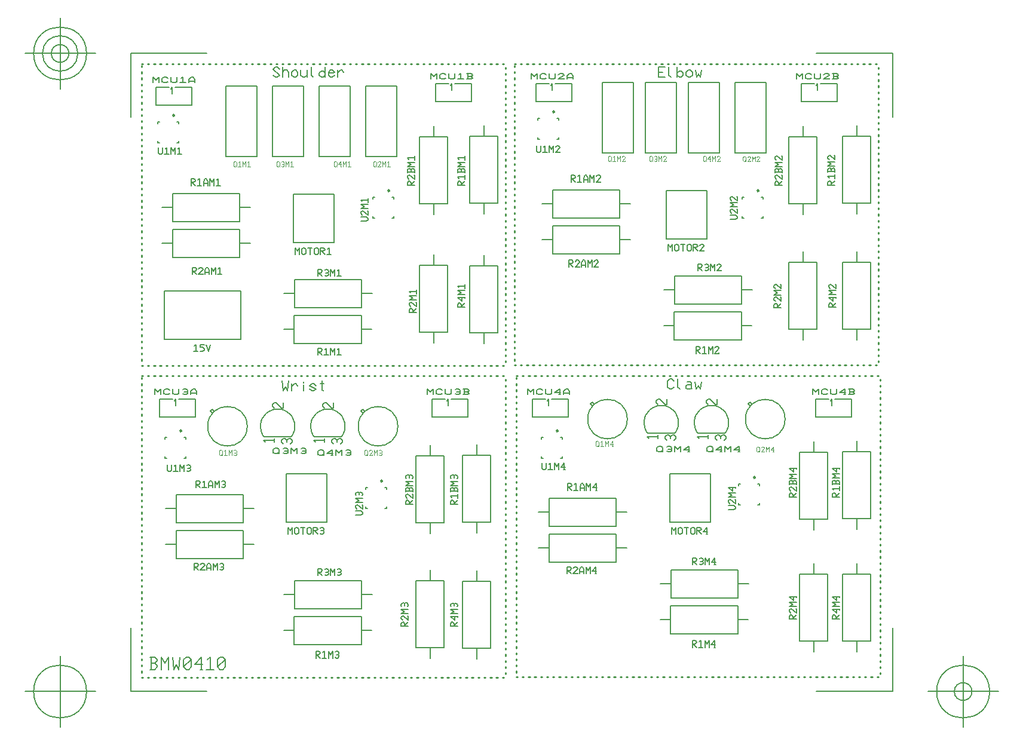
<source format=gbr>
G04 Generated by Ultiboard 14.2 *
%FSLAX33Y33*%
%MOMM*%

%ADD10C,0.001*%
%ADD11C,0.203*%
%ADD12C,0.156*%
%ADD13C,0.200*%
%ADD14C,0.250*%
%ADD15C,0.113*%
%ADD16C,0.135*%
%ADD17C,0.071*%
%ADD18C,0.167*%
%ADD19C,0.127*%


G04 ColorRGB FFFF00 for the following layer *
%LNSilkscreen Top*%
%LPD*%
G54D10*
G54D11*
X-20433Y114230D02*
X-20433Y114986D01*
X-20010Y114608D01*
X-19586Y114986D01*
X-19586Y114230D01*
X-18316Y114382D02*
X-18598Y114230D01*
X-18881Y114230D01*
X-19163Y114382D01*
X-19163Y114835D01*
X-18881Y114986D01*
X-18598Y114986D01*
X-18316Y114835D01*
X-17893Y114986D02*
X-17893Y114382D01*
X-17611Y114230D01*
X-17328Y114230D01*
X-17046Y114382D01*
X-17046Y114986D01*
X-16482Y114835D02*
X-16200Y114986D01*
X-16200Y114230D01*
X-16623Y114230D02*
X-15776Y114230D01*
X-15353Y114230D02*
X-15353Y114684D01*
X-15071Y114986D01*
X-14788Y114986D01*
X-14506Y114684D01*
X-14506Y114230D01*
X-15353Y114457D02*
X-14506Y114457D01*
X-14986Y110998D02*
X-20066Y110998D01*
X-18161Y113538D02*
X-20066Y113538D01*
X-20066Y110998D01*
X-14986Y113538D02*
X-17314Y113538D01*
X-17738Y113538D02*
X-17738Y112691D01*
X-17949Y113326D02*
X-17738Y113538D01*
X-14986Y113538D02*
X-14986Y110998D01*
X18937Y114738D02*
X18937Y115494D01*
X19360Y115116D01*
X19784Y115494D01*
X19784Y114738D01*
X21054Y114890D02*
X20772Y114738D01*
X20489Y114738D01*
X20207Y114890D01*
X20207Y115343D01*
X20489Y115494D01*
X20772Y115494D01*
X21054Y115343D01*
X21477Y115494D02*
X21477Y114890D01*
X21759Y114738D01*
X22042Y114738D01*
X22324Y114890D01*
X22324Y115494D01*
X22888Y115343D02*
X23170Y115494D01*
X23170Y114738D01*
X22747Y114738D02*
X23594Y114738D01*
X24017Y114738D02*
X24582Y114738D01*
X24864Y114890D01*
X24864Y114965D01*
X24582Y115116D01*
X24864Y115268D01*
X24864Y115343D01*
X24582Y115494D01*
X24158Y115494D01*
X24017Y115494D01*
X24158Y115116D02*
X24582Y115116D01*
X24158Y115494D02*
X24158Y114738D01*
X24638Y111506D02*
X19558Y111506D01*
X21463Y114046D02*
X19558Y114046D01*
X19558Y111506D01*
X24638Y114046D02*
X22310Y114046D01*
X21886Y114046D02*
X21886Y113199D01*
X21675Y113834D02*
X21886Y114046D01*
X24638Y114046D02*
X24638Y111506D01*
X33161Y114738D02*
X33161Y115494D01*
X33584Y115116D01*
X34008Y115494D01*
X34008Y114738D01*
X35278Y114890D02*
X34996Y114738D01*
X34713Y114738D01*
X34431Y114890D01*
X34431Y115343D01*
X34713Y115494D01*
X34996Y115494D01*
X35278Y115343D01*
X35701Y115494D02*
X35701Y114890D01*
X35983Y114738D01*
X36266Y114738D01*
X36548Y114890D01*
X36548Y115494D01*
X36971Y115343D02*
X37253Y115494D01*
X37536Y115494D01*
X37818Y115343D01*
X37818Y115268D01*
X36971Y114738D01*
X37818Y114738D01*
X37818Y114814D01*
X38241Y114738D02*
X38241Y115192D01*
X38523Y115494D01*
X38806Y115494D01*
X39088Y115192D01*
X39088Y114738D01*
X38241Y114965D02*
X39088Y114965D01*
X38862Y111506D02*
X33782Y111506D01*
X35687Y114046D02*
X33782Y114046D01*
X33782Y111506D01*
X38862Y114046D02*
X36534Y114046D01*
X36110Y114046D02*
X36110Y113199D01*
X35899Y113834D02*
X36110Y114046D01*
X38862Y114046D02*
X38862Y111506D01*
X70753Y114738D02*
X70753Y115494D01*
X71176Y115116D01*
X71600Y115494D01*
X71600Y114738D01*
X72870Y114890D02*
X72588Y114738D01*
X72305Y114738D01*
X72023Y114890D01*
X72023Y115343D01*
X72305Y115494D01*
X72588Y115494D01*
X72870Y115343D01*
X73293Y115494D02*
X73293Y114890D01*
X73575Y114738D01*
X73858Y114738D01*
X74140Y114890D01*
X74140Y115494D01*
X74563Y115343D02*
X74845Y115494D01*
X75128Y115494D01*
X75410Y115343D01*
X75410Y115268D01*
X74563Y114738D01*
X75410Y114738D01*
X75410Y114814D01*
X75833Y114738D02*
X76398Y114738D01*
X76680Y114890D01*
X76680Y114965D01*
X76398Y115116D01*
X76680Y115268D01*
X76680Y115343D01*
X76398Y115494D01*
X75974Y115494D01*
X75833Y115494D01*
X75974Y115116D02*
X76398Y115116D01*
X75974Y115494D02*
X75974Y114738D01*
X76454Y111506D02*
X71374Y111506D01*
X73279Y114046D02*
X71374Y114046D01*
X71374Y111506D01*
X76454Y114046D02*
X74126Y114046D01*
X73702Y114046D02*
X73702Y113199D01*
X73491Y113834D02*
X73702Y114046D01*
X76454Y114046D02*
X76454Y111506D01*
X-20179Y70034D02*
X-20179Y70790D01*
X-19756Y70412D01*
X-19332Y70790D01*
X-19332Y70034D01*
X-18062Y70186D02*
X-18344Y70034D01*
X-18627Y70034D01*
X-18909Y70186D01*
X-18909Y70639D01*
X-18627Y70790D01*
X-18344Y70790D01*
X-18062Y70639D01*
X-17639Y70790D02*
X-17639Y70186D01*
X-17357Y70034D01*
X-17074Y70034D01*
X-16792Y70186D01*
X-16792Y70790D01*
X-16228Y70715D02*
X-16087Y70790D01*
X-15804Y70790D01*
X-15522Y70639D01*
X-15522Y70488D01*
X-15663Y70412D01*
X-15522Y70337D01*
X-15522Y70186D01*
X-15804Y70034D01*
X-16087Y70034D01*
X-16228Y70110D01*
X-16087Y70412D02*
X-15663Y70412D01*
X-15099Y70034D02*
X-15099Y70488D01*
X-14817Y70790D01*
X-14534Y70790D01*
X-14252Y70488D01*
X-14252Y70034D01*
X-15099Y70261D02*
X-14252Y70261D01*
X-14478Y66802D02*
X-19558Y66802D01*
X-17653Y69342D02*
X-19558Y69342D01*
X-19558Y66802D01*
X-14478Y69342D02*
X-16806Y69342D01*
X-17230Y69342D02*
X-17230Y68495D01*
X-17441Y69130D02*
X-17230Y69342D01*
X-14478Y69342D02*
X-14478Y66802D01*
X18429Y70034D02*
X18429Y70790D01*
X18852Y70412D01*
X19276Y70790D01*
X19276Y70034D01*
X20546Y70186D02*
X20264Y70034D01*
X19981Y70034D01*
X19699Y70186D01*
X19699Y70639D01*
X19981Y70790D01*
X20264Y70790D01*
X20546Y70639D01*
X20969Y70790D02*
X20969Y70186D01*
X21251Y70034D01*
X21534Y70034D01*
X21816Y70186D01*
X21816Y70790D01*
X22380Y70715D02*
X22521Y70790D01*
X22804Y70790D01*
X23086Y70639D01*
X23086Y70488D01*
X22945Y70412D01*
X23086Y70337D01*
X23086Y70186D01*
X22804Y70034D01*
X22521Y70034D01*
X22380Y70110D01*
X22521Y70412D02*
X22945Y70412D01*
X23509Y70034D02*
X24074Y70034D01*
X24356Y70186D01*
X24356Y70261D01*
X24074Y70412D01*
X24356Y70564D01*
X24356Y70639D01*
X24074Y70790D01*
X23650Y70790D01*
X23509Y70790D01*
X23650Y70412D02*
X24074Y70412D01*
X23650Y70790D02*
X23650Y70034D01*
X24130Y66802D02*
X19050Y66802D01*
X20955Y69342D02*
X19050Y69342D01*
X19050Y66802D01*
X24130Y69342D02*
X21802Y69342D01*
X21378Y69342D02*
X21378Y68495D01*
X21167Y69130D02*
X21378Y69342D01*
X24130Y69342D02*
X24130Y66802D01*
X32653Y70034D02*
X32653Y70790D01*
X33076Y70412D01*
X33500Y70790D01*
X33500Y70034D01*
X34770Y70186D02*
X34488Y70034D01*
X34205Y70034D01*
X33923Y70186D01*
X33923Y70639D01*
X34205Y70790D01*
X34488Y70790D01*
X34770Y70639D01*
X35193Y70790D02*
X35193Y70186D01*
X35475Y70034D01*
X35758Y70034D01*
X36040Y70186D01*
X36040Y70790D01*
X37310Y70337D02*
X36463Y70337D01*
X37169Y70790D01*
X37169Y70034D01*
X37028Y70034D02*
X37310Y70034D01*
X37733Y70034D02*
X37733Y70488D01*
X38015Y70790D01*
X38298Y70790D01*
X38580Y70488D01*
X38580Y70034D01*
X37733Y70261D02*
X38580Y70261D01*
X38354Y66802D02*
X33274Y66802D01*
X35179Y69342D02*
X33274Y69342D01*
X33274Y66802D01*
X38354Y69342D02*
X36026Y69342D01*
X35602Y69342D02*
X35602Y68495D01*
X35391Y69130D02*
X35602Y69342D01*
X38354Y69342D02*
X38354Y66802D01*
X73039Y70034D02*
X73039Y70790D01*
X73462Y70412D01*
X73886Y70790D01*
X73886Y70034D01*
X75156Y70186D02*
X74874Y70034D01*
X74591Y70034D01*
X74309Y70186D01*
X74309Y70639D01*
X74591Y70790D01*
X74874Y70790D01*
X75156Y70639D01*
X75579Y70790D02*
X75579Y70186D01*
X75861Y70034D01*
X76144Y70034D01*
X76426Y70186D01*
X76426Y70790D01*
X77696Y70337D02*
X76849Y70337D01*
X77555Y70790D01*
X77555Y70034D01*
X77414Y70034D02*
X77696Y70034D01*
X78119Y70034D02*
X78684Y70034D01*
X78966Y70186D01*
X78966Y70261D01*
X78684Y70412D01*
X78966Y70564D01*
X78966Y70639D01*
X78684Y70790D01*
X78260Y70790D01*
X78119Y70790D01*
X78260Y70412D02*
X78684Y70412D01*
X78260Y70790D02*
X78260Y70034D01*
X78486Y66802D02*
X73406Y66802D01*
X75311Y69342D02*
X73406Y69342D01*
X73406Y66802D01*
X78486Y69342D02*
X76158Y69342D01*
X75734Y69342D02*
X75734Y68495D01*
X75523Y69130D02*
X75734Y69342D01*
X78486Y69342D02*
X78486Y66802D01*
X-3415Y61804D02*
X-3133Y61652D01*
X-2850Y61652D01*
X-2568Y61804D01*
X-2568Y62257D01*
X-2850Y62408D01*
X-3133Y62408D01*
X-3415Y62257D01*
X-3415Y61804D01*
X-2850Y61804D02*
X-2568Y61652D01*
X-2004Y62333D02*
X-1863Y62408D01*
X-1580Y62408D01*
X-1298Y62257D01*
X-1298Y62106D01*
X-1439Y62030D01*
X-1298Y61955D01*
X-1298Y61804D01*
X-1580Y61652D01*
X-1863Y61652D01*
X-2004Y61728D01*
X-1863Y62030D02*
X-1439Y62030D01*
X-875Y61652D02*
X-875Y62408D01*
X-452Y62030D01*
X-28Y62408D01*
X-28Y61652D01*
X536Y62333D02*
X677Y62408D01*
X960Y62408D01*
X1242Y62257D01*
X1242Y62106D01*
X1101Y62030D01*
X1242Y61955D01*
X1242Y61804D01*
X960Y61652D01*
X677Y61652D01*
X536Y61728D01*
X677Y62030D02*
X1101Y62030D01*
X-876Y64033D02*
X-753Y64206D01*
X-645Y64389D01*
X-553Y64581D01*
X-479Y64780D01*
X-422Y64984D01*
X-384Y65193D01*
X-363Y65405D01*
X-361Y65617D01*
X-378Y65829D01*
X-413Y66038D01*
X-466Y66244D01*
X-537Y66444D01*
X-625Y66637D01*
X-730Y66822D01*
X-850Y66997D01*
X-985Y67161D01*
X-1134Y67312D01*
X-1295Y67450D01*
X-1468Y67573D01*
X-1651Y67681D01*
X-1843Y67773D01*
X-2042Y67847D01*
X-2246Y67904D01*
X-2455Y67942D01*
X-2667Y67963D01*
X-2879Y67965D01*
X-3091Y67948D01*
X-3300Y67913D01*
X-3506Y67860D01*
X-3706Y67789D01*
X-3899Y67701D01*
X-4084Y67596D01*
X-4259Y67476D01*
X-4423Y67341D01*
X-4574Y67192D01*
X-4712Y67031D01*
X-4835Y66858D01*
X-4943Y66675D01*
X-5035Y66483D01*
X-5109Y66284D01*
X-5166Y66080D01*
X-5204Y65871D01*
X-5225Y65659D01*
X-5227Y65447D01*
X-5210Y65235D01*
X-5175Y65026D01*
X-5122Y64820D01*
X-5051Y64620D01*
X-4963Y64427D01*
X-4858Y64242D01*
X-4738Y64067D01*
X-4712Y64033D01*
X-3302Y63500D02*
X-4826Y63500D01*
X-889Y64008D02*
X-4699Y64008D01*
X-762Y63246D02*
X-1016Y62992D01*
X-762Y63500D02*
X-762Y63246D01*
X-1016Y63754D02*
X-762Y63500D01*
X-1778Y63754D02*
X-1524Y63500D01*
X-2032Y63754D02*
X-1778Y63754D01*
X-1524Y63500D02*
X-1524Y63246D01*
X-1524Y63500D02*
X-1270Y63754D01*
X-1016Y63754D01*
X-2286Y63246D02*
X-2286Y63500D01*
X-2032Y62992D02*
X-2286Y63246D01*
X-2286Y63500D02*
X-2032Y63754D01*
X-3302Y63754D02*
X-3302Y63246D01*
X-4826Y63500D02*
X-4572Y63246D01*
X-3048Y68834D02*
X-2286Y68072D01*
X-2032Y68072D02*
X-2032Y68834D01*
X-3556Y68580D02*
X-3302Y68834D01*
X-3556Y68326D02*
X-3556Y68580D01*
X-2286Y68072D02*
X-2032Y68072D01*
X-3302Y68072D02*
X-3556Y68326D01*
X-3302Y68834D02*
X-3048Y68834D01*
X2935Y61550D02*
X3217Y61398D01*
X3500Y61398D01*
X3782Y61550D01*
X3782Y62003D01*
X3500Y62154D01*
X3217Y62154D01*
X2935Y62003D01*
X2935Y61550D01*
X3500Y61550D02*
X3782Y61398D01*
X5052Y61701D02*
X4205Y61701D01*
X4911Y62154D01*
X4911Y61398D01*
X4770Y61398D02*
X5052Y61398D01*
X5475Y61398D02*
X5475Y62154D01*
X5898Y61776D01*
X6322Y62154D01*
X6322Y61398D01*
X6886Y62079D02*
X7027Y62154D01*
X7310Y62154D01*
X7592Y62003D01*
X7592Y61852D01*
X7451Y61776D01*
X7592Y61701D01*
X7592Y61550D01*
X7310Y61398D01*
X7027Y61398D01*
X6886Y61474D01*
X7027Y61776D02*
X7451Y61776D01*
X6236Y64033D02*
X6359Y64206D01*
X6467Y64389D01*
X6559Y64581D01*
X6633Y64780D01*
X6690Y64984D01*
X6728Y65193D01*
X6749Y65405D01*
X6751Y65617D01*
X6734Y65829D01*
X6699Y66038D01*
X6646Y66244D01*
X6575Y66444D01*
X6487Y66637D01*
X6382Y66822D01*
X6262Y66997D01*
X6127Y67161D01*
X5978Y67312D01*
X5817Y67450D01*
X5644Y67573D01*
X5461Y67681D01*
X5269Y67773D01*
X5070Y67847D01*
X4866Y67904D01*
X4657Y67942D01*
X4445Y67963D01*
X4233Y67965D01*
X4021Y67948D01*
X3812Y67913D01*
X3606Y67860D01*
X3406Y67789D01*
X3213Y67701D01*
X3028Y67596D01*
X2853Y67476D01*
X2689Y67341D01*
X2538Y67192D01*
X2400Y67031D01*
X2277Y66858D01*
X2169Y66675D01*
X2077Y66483D01*
X2003Y66284D01*
X1946Y66080D01*
X1908Y65871D01*
X1887Y65659D01*
X1885Y65447D01*
X1902Y65235D01*
X1937Y65026D01*
X1990Y64820D01*
X2061Y64620D01*
X2149Y64427D01*
X2254Y64242D01*
X2374Y64067D01*
X2400Y64033D01*
X3810Y63500D02*
X2286Y63500D01*
X6223Y64008D02*
X2413Y64008D01*
X6350Y63246D02*
X6096Y62992D01*
X6350Y63500D02*
X6350Y63246D01*
X6096Y63754D02*
X6350Y63500D01*
X5334Y63754D02*
X5588Y63500D01*
X5080Y63754D02*
X5334Y63754D01*
X5588Y63500D02*
X5588Y63246D01*
X5588Y63500D02*
X5842Y63754D01*
X6096Y63754D01*
X4826Y63246D02*
X4826Y63500D01*
X5080Y62992D02*
X4826Y63246D01*
X4826Y63500D02*
X5080Y63754D01*
X3810Y63754D02*
X3810Y63246D01*
X2286Y63500D02*
X2540Y63246D01*
X4064Y68834D02*
X4826Y68072D01*
X5080Y68072D02*
X5080Y68834D01*
X3556Y68580D02*
X3810Y68834D01*
X3556Y68326D02*
X3556Y68580D01*
X4826Y68072D02*
X5080Y68072D01*
X3810Y68072D02*
X3556Y68326D01*
X3810Y68834D02*
X4064Y68834D01*
X50941Y62058D02*
X51223Y61906D01*
X51506Y61906D01*
X51788Y62058D01*
X51788Y62511D01*
X51506Y62662D01*
X51223Y62662D01*
X50941Y62511D01*
X50941Y62058D01*
X51506Y62058D02*
X51788Y61906D01*
X52352Y62587D02*
X52493Y62662D01*
X52776Y62662D01*
X53058Y62511D01*
X53058Y62360D01*
X52917Y62284D01*
X53058Y62209D01*
X53058Y62058D01*
X52776Y61906D01*
X52493Y61906D01*
X52352Y61982D01*
X52493Y62284D02*
X52917Y62284D01*
X53481Y61906D02*
X53481Y62662D01*
X53904Y62284D01*
X54328Y62662D01*
X54328Y61906D01*
X55598Y62209D02*
X54751Y62209D01*
X55457Y62662D01*
X55457Y61906D01*
X55316Y61906D02*
X55598Y61906D01*
X53480Y64541D02*
X53603Y64714D01*
X53711Y64897D01*
X53803Y65089D01*
X53877Y65288D01*
X53934Y65492D01*
X53972Y65701D01*
X53993Y65913D01*
X53995Y66125D01*
X53978Y66337D01*
X53943Y66546D01*
X53890Y66752D01*
X53819Y66952D01*
X53731Y67145D01*
X53626Y67330D01*
X53506Y67505D01*
X53371Y67669D01*
X53222Y67820D01*
X53061Y67958D01*
X52888Y68081D01*
X52705Y68189D01*
X52513Y68281D01*
X52314Y68355D01*
X52110Y68412D01*
X51901Y68450D01*
X51689Y68471D01*
X51477Y68473D01*
X51265Y68456D01*
X51056Y68421D01*
X50850Y68368D01*
X50650Y68297D01*
X50457Y68209D01*
X50272Y68104D01*
X50097Y67984D01*
X49933Y67849D01*
X49782Y67700D01*
X49644Y67539D01*
X49521Y67366D01*
X49413Y67183D01*
X49321Y66991D01*
X49247Y66792D01*
X49190Y66588D01*
X49152Y66379D01*
X49131Y66167D01*
X49129Y65955D01*
X49146Y65743D01*
X49181Y65534D01*
X49234Y65328D01*
X49305Y65128D01*
X49393Y64935D01*
X49498Y64750D01*
X49618Y64575D01*
X49644Y64541D01*
X51054Y64008D02*
X49530Y64008D01*
X53467Y64516D02*
X49657Y64516D01*
X53594Y63754D02*
X53340Y63500D01*
X53594Y64008D02*
X53594Y63754D01*
X53340Y64262D02*
X53594Y64008D01*
X52578Y64262D02*
X52832Y64008D01*
X52324Y64262D02*
X52578Y64262D01*
X52832Y64008D02*
X52832Y63754D01*
X52832Y64008D02*
X53086Y64262D01*
X53340Y64262D01*
X52070Y63754D02*
X52070Y64008D01*
X52324Y63500D02*
X52070Y63754D01*
X52070Y64008D02*
X52324Y64262D01*
X51054Y64262D02*
X51054Y63754D01*
X49530Y64008D02*
X49784Y63754D01*
X51308Y69342D02*
X52070Y68580D01*
X52324Y68580D02*
X52324Y69342D01*
X50800Y69088D02*
X51054Y69342D01*
X50800Y68834D02*
X50800Y69088D01*
X52070Y68580D02*
X52324Y68580D01*
X51054Y68580D02*
X50800Y68834D01*
X51054Y69342D02*
X51308Y69342D01*
X58053Y62058D02*
X58335Y61906D01*
X58618Y61906D01*
X58900Y62058D01*
X58900Y62511D01*
X58618Y62662D01*
X58335Y62662D01*
X58053Y62511D01*
X58053Y62058D01*
X58618Y62058D02*
X58900Y61906D01*
X60170Y62209D02*
X59323Y62209D01*
X60029Y62662D01*
X60029Y61906D01*
X59888Y61906D02*
X60170Y61906D01*
X60593Y61906D02*
X60593Y62662D01*
X61016Y62284D01*
X61440Y62662D01*
X61440Y61906D01*
X62710Y62209D02*
X61863Y62209D01*
X62569Y62662D01*
X62569Y61906D01*
X62428Y61906D02*
X62710Y61906D01*
X60592Y64541D02*
X60715Y64714D01*
X60823Y64897D01*
X60915Y65089D01*
X60989Y65288D01*
X61046Y65492D01*
X61084Y65701D01*
X61105Y65913D01*
X61107Y66125D01*
X61090Y66337D01*
X61055Y66546D01*
X61002Y66752D01*
X60931Y66952D01*
X60843Y67145D01*
X60738Y67330D01*
X60618Y67505D01*
X60483Y67669D01*
X60334Y67820D01*
X60173Y67958D01*
X60000Y68081D01*
X59817Y68189D01*
X59625Y68281D01*
X59426Y68355D01*
X59222Y68412D01*
X59013Y68450D01*
X58801Y68471D01*
X58589Y68473D01*
X58377Y68456D01*
X58168Y68421D01*
X57962Y68368D01*
X57762Y68297D01*
X57569Y68209D01*
X57384Y68104D01*
X57209Y67984D01*
X57045Y67849D01*
X56894Y67700D01*
X56756Y67539D01*
X56633Y67366D01*
X56525Y67183D01*
X56433Y66991D01*
X56359Y66792D01*
X56302Y66588D01*
X56264Y66379D01*
X56243Y66167D01*
X56241Y65955D01*
X56258Y65743D01*
X56293Y65534D01*
X56346Y65328D01*
X56417Y65128D01*
X56505Y64935D01*
X56610Y64750D01*
X56730Y64575D01*
X56756Y64541D01*
X58166Y64008D02*
X56642Y64008D01*
X60579Y64516D02*
X56769Y64516D01*
X60706Y63754D02*
X60452Y63500D01*
X60706Y64008D02*
X60706Y63754D01*
X60452Y64262D02*
X60706Y64008D01*
X59690Y64262D02*
X59944Y64008D01*
X59436Y64262D02*
X59690Y64262D01*
X59944Y64008D02*
X59944Y63754D01*
X59944Y64008D02*
X60198Y64262D01*
X60452Y64262D01*
X59182Y63754D02*
X59182Y64008D01*
X59436Y63500D02*
X59182Y63754D01*
X59182Y64008D02*
X59436Y64262D01*
X58166Y64262D02*
X58166Y63754D01*
X56642Y64008D02*
X56896Y63754D01*
X58420Y69342D02*
X59182Y68580D01*
X59436Y68580D02*
X59436Y69342D01*
X57912Y69088D02*
X58166Y69342D01*
X57912Y68834D02*
X57912Y69088D01*
X59182Y68580D02*
X59436Y68580D01*
X58166Y68580D02*
X57912Y68834D01*
X58166Y69342D02*
X58420Y69342D01*
G54D12*
X-14607Y76930D02*
X-14408Y77130D01*
X-14408Y76130D01*
X-14706Y76130D02*
X-14109Y76130D01*
X-13213Y77130D02*
X-13810Y77130D01*
X-13810Y76730D01*
X-13412Y76730D01*
X-13213Y76530D01*
X-13213Y76330D01*
X-13412Y76130D01*
X-13810Y76130D01*
X-12914Y77130D02*
X-12616Y76130D01*
X-12317Y77130D01*
X2894Y75608D02*
X2894Y76608D01*
X3292Y76608D01*
X3491Y76408D01*
X3491Y76308D01*
X3292Y76108D01*
X2894Y76108D01*
X2993Y76108D02*
X3491Y75608D01*
X3889Y76408D02*
X4088Y76608D01*
X4088Y75608D01*
X3790Y75608D02*
X4387Y75608D01*
X4686Y75608D02*
X4686Y76608D01*
X4984Y76108D01*
X5283Y76608D01*
X5283Y75608D01*
X5681Y76408D02*
X5880Y76608D01*
X5880Y75608D01*
X5582Y75608D02*
X6179Y75608D01*
X2894Y86784D02*
X2894Y87784D01*
X3292Y87784D01*
X3491Y87584D01*
X3491Y87484D01*
X3292Y87284D01*
X2894Y87284D01*
X2993Y87284D02*
X3491Y86784D01*
X3889Y87684D02*
X3989Y87784D01*
X4188Y87784D01*
X4387Y87584D01*
X4387Y87384D01*
X4287Y87284D01*
X4387Y87184D01*
X4387Y86984D01*
X4188Y86784D01*
X3989Y86784D01*
X3889Y86884D01*
X3989Y87284D02*
X4287Y87284D01*
X4686Y86784D02*
X4686Y87784D01*
X4984Y87284D01*
X5283Y87784D01*
X5283Y86784D01*
X5681Y87584D02*
X5880Y87784D01*
X5880Y86784D01*
X5582Y86784D02*
X6179Y86784D01*
X-14886Y87038D02*
X-14886Y88038D01*
X-14488Y88038D01*
X-14289Y87838D01*
X-14289Y87738D01*
X-14488Y87538D01*
X-14886Y87538D01*
X-14787Y87538D02*
X-14289Y87038D01*
X-13990Y87838D02*
X-13791Y88038D01*
X-13592Y88038D01*
X-13393Y87838D01*
X-13393Y87738D01*
X-13990Y87038D01*
X-13393Y87038D01*
X-13393Y87138D01*
X-13094Y87038D02*
X-13094Y87638D01*
X-12895Y88038D01*
X-12696Y88038D01*
X-12497Y87638D01*
X-12497Y87038D01*
X-13094Y87338D02*
X-12497Y87338D01*
X-12198Y87038D02*
X-12198Y88038D01*
X-11900Y87538D01*
X-11601Y88038D01*
X-11601Y87038D01*
X-11203Y87838D02*
X-11004Y88038D01*
X-11004Y87038D01*
X-11302Y87038D02*
X-10705Y87038D01*
X-302Y89846D02*
X-302Y90846D01*
X-4Y90346D01*
X295Y90846D01*
X295Y89846D01*
X594Y90046D02*
X793Y89846D01*
X992Y89846D01*
X1191Y90046D01*
X1191Y90646D01*
X992Y90846D01*
X793Y90846D01*
X594Y90646D01*
X594Y90046D01*
X1788Y89846D02*
X1788Y90846D01*
X1490Y90846D02*
X2087Y90846D01*
X2386Y90046D02*
X2585Y89846D01*
X2784Y89846D01*
X2983Y90046D01*
X2983Y90646D01*
X2784Y90846D01*
X2585Y90846D01*
X2386Y90646D01*
X2386Y90046D01*
X3282Y89846D02*
X3282Y90846D01*
X3680Y90846D01*
X3879Y90646D01*
X3879Y90546D01*
X3680Y90346D01*
X3282Y90346D01*
X3381Y90346D02*
X3879Y89846D01*
X4277Y90646D02*
X4476Y90846D01*
X4476Y89846D01*
X4178Y89846D02*
X4775Y89846D01*
X-15078Y99620D02*
X-15078Y100620D01*
X-14680Y100620D01*
X-14481Y100420D01*
X-14481Y100320D01*
X-14680Y100120D01*
X-15078Y100120D01*
X-14979Y100120D02*
X-14481Y99620D01*
X-14083Y100420D02*
X-13884Y100620D01*
X-13884Y99620D01*
X-14182Y99620D02*
X-13585Y99620D01*
X-13286Y99620D02*
X-13286Y100220D01*
X-13087Y100620D01*
X-12888Y100620D01*
X-12689Y100220D01*
X-12689Y99620D01*
X-13286Y99920D02*
X-12689Y99920D01*
X-12390Y99620D02*
X-12390Y100620D01*
X-12092Y100120D01*
X-11793Y100620D01*
X-11793Y99620D01*
X-11395Y100420D02*
X-11196Y100620D01*
X-11196Y99620D01*
X-11494Y99620D02*
X-10897Y99620D01*
X16848Y81634D02*
X15848Y81634D01*
X15848Y82032D01*
X16048Y82231D01*
X16148Y82231D01*
X16348Y82032D01*
X16348Y81634D01*
X16348Y81733D02*
X16848Y82231D01*
X16048Y82530D02*
X15848Y82729D01*
X15848Y82928D01*
X16048Y83127D01*
X16148Y83127D01*
X16848Y82530D01*
X16848Y83127D01*
X16748Y83127D01*
X16848Y83426D02*
X15848Y83426D01*
X16348Y83724D01*
X15848Y84023D01*
X16848Y84023D01*
X16048Y84421D02*
X15848Y84620D01*
X16848Y84620D01*
X16848Y84322D02*
X16848Y84919D01*
X23706Y82396D02*
X22706Y82396D01*
X22706Y82794D01*
X22906Y82993D01*
X23006Y82993D01*
X23206Y82794D01*
X23206Y82396D01*
X23206Y82495D02*
X23706Y82993D01*
X23306Y83889D02*
X23306Y83292D01*
X22706Y83789D01*
X23706Y83789D01*
X23706Y83690D02*
X23706Y83889D01*
X23706Y84188D02*
X22706Y84188D01*
X23206Y84486D01*
X22706Y84785D01*
X23706Y84785D01*
X22906Y85183D02*
X22706Y85382D01*
X23706Y85382D01*
X23706Y85084D02*
X23706Y85681D01*
X16594Y99668D02*
X15594Y99668D01*
X15594Y100066D01*
X15794Y100265D01*
X15894Y100265D01*
X16094Y100066D01*
X16094Y99668D01*
X16094Y99767D02*
X16594Y100265D01*
X15794Y100564D02*
X15594Y100763D01*
X15594Y100962D01*
X15794Y101161D01*
X15894Y101161D01*
X16594Y100564D01*
X16594Y101161D01*
X16494Y101161D01*
X16594Y101460D02*
X16594Y101858D01*
X16394Y102057D01*
X16294Y102057D01*
X16094Y101858D01*
X15894Y102057D01*
X15794Y102057D01*
X15594Y101858D01*
X15594Y101559D01*
X15594Y101460D01*
X16094Y101559D02*
X16094Y101858D01*
X15594Y101559D02*
X16594Y101559D01*
X16594Y102356D02*
X15594Y102356D01*
X16094Y102654D01*
X15594Y102953D01*
X16594Y102953D01*
X15794Y103351D02*
X15594Y103550D01*
X16594Y103550D01*
X16594Y103252D02*
X16594Y103849D01*
X23706Y99668D02*
X22706Y99668D01*
X22706Y100066D01*
X22906Y100265D01*
X23006Y100265D01*
X23206Y100066D01*
X23206Y99668D01*
X23206Y99767D02*
X23706Y100265D01*
X22906Y100663D02*
X22706Y100862D01*
X23706Y100862D01*
X23706Y100564D02*
X23706Y101161D01*
X23706Y101460D02*
X23706Y101858D01*
X23506Y102057D01*
X23406Y102057D01*
X23206Y101858D01*
X23006Y102057D01*
X22906Y102057D01*
X22706Y101858D01*
X22706Y101559D01*
X22706Y101460D01*
X23206Y101559D02*
X23206Y101858D01*
X22706Y101559D02*
X23706Y101559D01*
X23706Y102356D02*
X22706Y102356D01*
X23206Y102654D01*
X22706Y102953D01*
X23706Y102953D01*
X22906Y103351D02*
X22706Y103550D01*
X23706Y103550D01*
X23706Y103252D02*
X23706Y103849D01*
X38470Y88070D02*
X38470Y89070D01*
X38868Y89070D01*
X39067Y88870D01*
X39067Y88770D01*
X38868Y88570D01*
X38470Y88570D01*
X38569Y88570D02*
X39067Y88070D01*
X39366Y88870D02*
X39565Y89070D01*
X39764Y89070D01*
X39963Y88870D01*
X39963Y88770D01*
X39366Y88070D01*
X39963Y88070D01*
X39963Y88170D01*
X40262Y88070D02*
X40262Y88670D01*
X40461Y89070D01*
X40660Y89070D01*
X40859Y88670D01*
X40859Y88070D01*
X40262Y88370D02*
X40859Y88370D01*
X41158Y88070D02*
X41158Y89070D01*
X41456Y88570D01*
X41755Y89070D01*
X41755Y88070D01*
X42054Y88870D02*
X42253Y89070D01*
X42452Y89070D01*
X42651Y88870D01*
X42651Y88770D01*
X42054Y88070D01*
X42651Y88070D01*
X42651Y88170D01*
X52530Y90354D02*
X52530Y91354D01*
X52828Y90854D01*
X53127Y91354D01*
X53127Y90354D01*
X53426Y90554D02*
X53625Y90354D01*
X53824Y90354D01*
X54023Y90554D01*
X54023Y91154D01*
X53824Y91354D01*
X53625Y91354D01*
X53426Y91154D01*
X53426Y90554D01*
X54620Y90354D02*
X54620Y91354D01*
X54322Y91354D02*
X54919Y91354D01*
X55218Y90554D02*
X55417Y90354D01*
X55616Y90354D01*
X55815Y90554D01*
X55815Y91154D01*
X55616Y91354D01*
X55417Y91354D01*
X55218Y91154D01*
X55218Y90554D01*
X56114Y90354D02*
X56114Y91354D01*
X56512Y91354D01*
X56711Y91154D01*
X56711Y91054D01*
X56512Y90854D01*
X56114Y90854D01*
X56213Y90854D02*
X56711Y90354D01*
X57010Y91154D02*
X57209Y91354D01*
X57408Y91354D01*
X57607Y91154D01*
X57607Y91054D01*
X57010Y90354D01*
X57607Y90354D01*
X57607Y90454D01*
X38770Y100128D02*
X38770Y101128D01*
X39168Y101128D01*
X39367Y100928D01*
X39367Y100828D01*
X39168Y100628D01*
X38770Y100628D01*
X38869Y100628D02*
X39367Y100128D01*
X39765Y100928D02*
X39964Y101128D01*
X39964Y100128D01*
X39666Y100128D02*
X40263Y100128D01*
X40562Y100128D02*
X40562Y100728D01*
X40761Y101128D01*
X40960Y101128D01*
X41159Y100728D01*
X41159Y100128D01*
X40562Y100428D02*
X41159Y100428D01*
X41458Y100128D02*
X41458Y101128D01*
X41756Y100628D01*
X42055Y101128D01*
X42055Y100128D01*
X42354Y100928D02*
X42553Y101128D01*
X42752Y101128D01*
X42951Y100928D01*
X42951Y100828D01*
X42354Y100128D01*
X42951Y100128D01*
X42951Y100228D01*
X56458Y75856D02*
X56458Y76856D01*
X56856Y76856D01*
X57055Y76656D01*
X57055Y76556D01*
X56856Y76356D01*
X56458Y76356D01*
X56557Y76356D02*
X57055Y75856D01*
X57453Y76656D02*
X57652Y76856D01*
X57652Y75856D01*
X57354Y75856D02*
X57951Y75856D01*
X58250Y75856D02*
X58250Y76856D01*
X58548Y76356D01*
X58847Y76856D01*
X58847Y75856D01*
X59146Y76656D02*
X59345Y76856D01*
X59544Y76856D01*
X59743Y76656D01*
X59743Y76556D01*
X59146Y75856D01*
X59743Y75856D01*
X59743Y75956D01*
X56742Y87546D02*
X56742Y88546D01*
X57140Y88546D01*
X57339Y88346D01*
X57339Y88246D01*
X57140Y88046D01*
X56742Y88046D01*
X56841Y88046D02*
X57339Y87546D01*
X57737Y88446D02*
X57837Y88546D01*
X58036Y88546D01*
X58235Y88346D01*
X58235Y88146D01*
X58135Y88046D01*
X58235Y87946D01*
X58235Y87746D01*
X58036Y87546D01*
X57837Y87546D01*
X57737Y87646D01*
X57837Y88046D02*
X58135Y88046D01*
X58534Y87546D02*
X58534Y88546D01*
X58832Y88046D01*
X59131Y88546D01*
X59131Y87546D01*
X59430Y88346D02*
X59629Y88546D01*
X59828Y88546D01*
X60027Y88346D01*
X60027Y88246D01*
X59430Y87546D01*
X60027Y87546D01*
X60027Y87646D01*
X68528Y82366D02*
X67528Y82366D01*
X67528Y82764D01*
X67728Y82963D01*
X67828Y82963D01*
X68028Y82764D01*
X68028Y82366D01*
X68028Y82465D02*
X68528Y82963D01*
X67728Y83262D02*
X67528Y83461D01*
X67528Y83660D01*
X67728Y83859D01*
X67828Y83859D01*
X68528Y83262D01*
X68528Y83859D01*
X68428Y83859D01*
X68528Y84158D02*
X67528Y84158D01*
X68028Y84456D01*
X67528Y84755D01*
X68528Y84755D01*
X67728Y85054D02*
X67528Y85253D01*
X67528Y85452D01*
X67728Y85651D01*
X67828Y85651D01*
X68528Y85054D01*
X68528Y85651D01*
X68428Y85651D01*
X76284Y82396D02*
X75284Y82396D01*
X75284Y82794D01*
X75484Y82993D01*
X75584Y82993D01*
X75784Y82794D01*
X75784Y82396D01*
X75784Y82495D02*
X76284Y82993D01*
X75884Y83889D02*
X75884Y83292D01*
X75284Y83789D01*
X76284Y83789D01*
X76284Y83690D02*
X76284Y83889D01*
X76284Y84188D02*
X75284Y84188D01*
X75784Y84486D01*
X75284Y84785D01*
X76284Y84785D01*
X75484Y85084D02*
X75284Y85283D01*
X75284Y85482D01*
X75484Y85681D01*
X75584Y85681D01*
X76284Y85084D01*
X76284Y85681D01*
X76184Y85681D01*
X68664Y99668D02*
X67664Y99668D01*
X67664Y100066D01*
X67864Y100265D01*
X67964Y100265D01*
X68164Y100066D01*
X68164Y99668D01*
X68164Y99767D02*
X68664Y100265D01*
X67864Y100564D02*
X67664Y100763D01*
X67664Y100962D01*
X67864Y101161D01*
X67964Y101161D01*
X68664Y100564D01*
X68664Y101161D01*
X68564Y101161D01*
X68664Y101460D02*
X68664Y101858D01*
X68464Y102057D01*
X68364Y102057D01*
X68164Y101858D01*
X67964Y102057D01*
X67864Y102057D01*
X67664Y101858D01*
X67664Y101559D01*
X67664Y101460D01*
X68164Y101559D02*
X68164Y101858D01*
X67664Y101559D02*
X68664Y101559D01*
X68664Y102356D02*
X67664Y102356D01*
X68164Y102654D01*
X67664Y102953D01*
X68664Y102953D01*
X67864Y103252D02*
X67664Y103451D01*
X67664Y103650D01*
X67864Y103849D01*
X67964Y103849D01*
X68664Y103252D01*
X68664Y103849D01*
X68564Y103849D01*
X76148Y99730D02*
X75148Y99730D01*
X75148Y100128D01*
X75348Y100327D01*
X75448Y100327D01*
X75648Y100128D01*
X75648Y99730D01*
X75648Y99829D02*
X76148Y100327D01*
X75348Y100725D02*
X75148Y100924D01*
X76148Y100924D01*
X76148Y100626D02*
X76148Y101223D01*
X76148Y101522D02*
X76148Y101920D01*
X75948Y102119D01*
X75848Y102119D01*
X75648Y101920D01*
X75448Y102119D01*
X75348Y102119D01*
X75148Y101920D01*
X75148Y101621D01*
X75148Y101522D01*
X75648Y101621D02*
X75648Y101920D01*
X75148Y101621D02*
X76148Y101621D01*
X76148Y102418D02*
X75148Y102418D01*
X75648Y102716D01*
X75148Y103015D01*
X76148Y103015D01*
X75348Y103314D02*
X75148Y103513D01*
X75148Y103712D01*
X75348Y103911D01*
X75448Y103911D01*
X76148Y103314D01*
X76148Y103911D01*
X76048Y103911D01*
X2610Y32676D02*
X2610Y33676D01*
X3008Y33676D01*
X3207Y33476D01*
X3207Y33376D01*
X3008Y33176D01*
X2610Y33176D01*
X2709Y33176D02*
X3207Y32676D01*
X3605Y33476D02*
X3804Y33676D01*
X3804Y32676D01*
X3506Y32676D02*
X4103Y32676D01*
X4402Y32676D02*
X4402Y33676D01*
X4700Y33176D01*
X4999Y33676D01*
X4999Y32676D01*
X5397Y33576D02*
X5497Y33676D01*
X5696Y33676D01*
X5895Y33476D01*
X5895Y33276D01*
X5795Y33176D01*
X5895Y33076D01*
X5895Y32876D01*
X5696Y32676D01*
X5497Y32676D01*
X5397Y32776D01*
X5497Y33176D02*
X5795Y33176D01*
X15696Y37186D02*
X14696Y37186D01*
X14696Y37584D01*
X14896Y37783D01*
X14996Y37783D01*
X15196Y37584D01*
X15196Y37186D01*
X15196Y37285D02*
X15696Y37783D01*
X14896Y38082D02*
X14696Y38281D01*
X14696Y38480D01*
X14896Y38679D01*
X14996Y38679D01*
X15696Y38082D01*
X15696Y38679D01*
X15596Y38679D01*
X15696Y38978D02*
X14696Y38978D01*
X15196Y39276D01*
X14696Y39575D01*
X15696Y39575D01*
X14796Y39973D02*
X14696Y40073D01*
X14696Y40272D01*
X14896Y40471D01*
X15096Y40471D01*
X15196Y40371D01*
X15296Y40471D01*
X15496Y40471D01*
X15696Y40272D01*
X15696Y40073D01*
X15596Y39973D01*
X15196Y40073D02*
X15196Y40371D01*
X22690Y37184D02*
X21690Y37184D01*
X21690Y37582D01*
X21890Y37781D01*
X21990Y37781D01*
X22190Y37582D01*
X22190Y37184D01*
X22190Y37283D02*
X22690Y37781D01*
X22290Y38677D02*
X22290Y38080D01*
X21690Y38577D01*
X22690Y38577D01*
X22690Y38478D02*
X22690Y38677D01*
X22690Y38976D02*
X21690Y38976D01*
X22190Y39274D01*
X21690Y39573D01*
X22690Y39573D01*
X21790Y39971D02*
X21690Y40071D01*
X21690Y40270D01*
X21890Y40469D01*
X22090Y40469D01*
X22190Y40369D01*
X22290Y40469D01*
X22490Y40469D01*
X22690Y40270D01*
X22690Y40071D01*
X22590Y39971D01*
X22190Y40071D02*
X22190Y40369D01*
X2894Y44366D02*
X2894Y45366D01*
X3292Y45366D01*
X3491Y45166D01*
X3491Y45066D01*
X3292Y44866D01*
X2894Y44866D01*
X2993Y44866D02*
X3491Y44366D01*
X3889Y45266D02*
X3989Y45366D01*
X4188Y45366D01*
X4387Y45166D01*
X4387Y44966D01*
X4287Y44866D01*
X4387Y44766D01*
X4387Y44566D01*
X4188Y44366D01*
X3989Y44366D01*
X3889Y44466D01*
X3989Y44866D02*
X4287Y44866D01*
X4686Y44366D02*
X4686Y45366D01*
X4984Y44866D01*
X5283Y45366D01*
X5283Y44366D01*
X5681Y45266D02*
X5781Y45366D01*
X5980Y45366D01*
X6179Y45166D01*
X6179Y44966D01*
X6079Y44866D01*
X6179Y44766D01*
X6179Y44566D01*
X5980Y44366D01*
X5781Y44366D01*
X5681Y44466D01*
X5781Y44866D02*
X6079Y44866D01*
X-14632Y45128D02*
X-14632Y46128D01*
X-14234Y46128D01*
X-14035Y45928D01*
X-14035Y45828D01*
X-14234Y45628D01*
X-14632Y45628D01*
X-14533Y45628D02*
X-14035Y45128D01*
X-13736Y45928D02*
X-13537Y46128D01*
X-13338Y46128D01*
X-13139Y45928D01*
X-13139Y45828D01*
X-13736Y45128D01*
X-13139Y45128D01*
X-13139Y45228D01*
X-12840Y45128D02*
X-12840Y45728D01*
X-12641Y46128D01*
X-12442Y46128D01*
X-12243Y45728D01*
X-12243Y45128D01*
X-12840Y45428D02*
X-12243Y45428D01*
X-11944Y45128D02*
X-11944Y46128D01*
X-11646Y45628D01*
X-11347Y46128D01*
X-11347Y45128D01*
X-10949Y46028D02*
X-10849Y46128D01*
X-10650Y46128D01*
X-10451Y45928D01*
X-10451Y45728D01*
X-10551Y45628D01*
X-10451Y45528D01*
X-10451Y45328D01*
X-10650Y45128D01*
X-10849Y45128D01*
X-10949Y45228D01*
X-10849Y45628D02*
X-10551Y45628D01*
X16340Y54456D02*
X15340Y54456D01*
X15340Y54854D01*
X15540Y55053D01*
X15640Y55053D01*
X15840Y54854D01*
X15840Y54456D01*
X15840Y54555D02*
X16340Y55053D01*
X15540Y55352D02*
X15340Y55551D01*
X15340Y55750D01*
X15540Y55949D01*
X15640Y55949D01*
X16340Y55352D01*
X16340Y55949D01*
X16240Y55949D01*
X16340Y56248D02*
X16340Y56646D01*
X16140Y56845D01*
X16040Y56845D01*
X15840Y56646D01*
X15640Y56845D01*
X15540Y56845D01*
X15340Y56646D01*
X15340Y56347D01*
X15340Y56248D01*
X15840Y56347D02*
X15840Y56646D01*
X15340Y56347D02*
X16340Y56347D01*
X16340Y57144D02*
X15340Y57144D01*
X15840Y57442D01*
X15340Y57741D01*
X16340Y57741D01*
X15440Y58139D02*
X15340Y58239D01*
X15340Y58438D01*
X15540Y58637D01*
X15740Y58637D01*
X15840Y58537D01*
X15940Y58637D01*
X16140Y58637D01*
X16340Y58438D01*
X16340Y58239D01*
X16240Y58139D01*
X15840Y58239D02*
X15840Y58537D01*
X22690Y54456D02*
X21690Y54456D01*
X21690Y54854D01*
X21890Y55053D01*
X21990Y55053D01*
X22190Y54854D01*
X22190Y54456D01*
X22190Y54555D02*
X22690Y55053D01*
X21890Y55451D02*
X21690Y55650D01*
X22690Y55650D01*
X22690Y55352D02*
X22690Y55949D01*
X22690Y56248D02*
X22690Y56646D01*
X22490Y56845D01*
X22390Y56845D01*
X22190Y56646D01*
X21990Y56845D01*
X21890Y56845D01*
X21690Y56646D01*
X21690Y56347D01*
X21690Y56248D01*
X22190Y56347D02*
X22190Y56646D01*
X21690Y56347D02*
X22690Y56347D01*
X22690Y57144D02*
X21690Y57144D01*
X22190Y57442D01*
X21690Y57741D01*
X22690Y57741D01*
X21790Y58139D02*
X21690Y58239D01*
X21690Y58438D01*
X21890Y58637D01*
X22090Y58637D01*
X22190Y58537D01*
X22290Y58637D01*
X22490Y58637D01*
X22690Y58438D01*
X22690Y58239D01*
X22590Y58139D01*
X22190Y58239D02*
X22190Y58537D01*
X-1318Y50222D02*
X-1318Y51222D01*
X-1020Y50722D01*
X-721Y51222D01*
X-721Y50222D01*
X-422Y50422D02*
X-223Y50222D01*
X-24Y50222D01*
X175Y50422D01*
X175Y51022D01*
X-24Y51222D01*
X-223Y51222D01*
X-422Y51022D01*
X-422Y50422D01*
X772Y50222D02*
X772Y51222D01*
X474Y51222D02*
X1071Y51222D01*
X1370Y50422D02*
X1569Y50222D01*
X1768Y50222D01*
X1967Y50422D01*
X1967Y51022D01*
X1768Y51222D01*
X1569Y51222D01*
X1370Y51022D01*
X1370Y50422D01*
X2266Y50222D02*
X2266Y51222D01*
X2664Y51222D01*
X2863Y51022D01*
X2863Y50922D01*
X2664Y50722D01*
X2266Y50722D01*
X2365Y50722D02*
X2863Y50222D01*
X3261Y51122D02*
X3361Y51222D01*
X3560Y51222D01*
X3759Y51022D01*
X3759Y50822D01*
X3659Y50722D01*
X3759Y50622D01*
X3759Y50422D01*
X3560Y50222D01*
X3361Y50222D01*
X3261Y50322D01*
X3361Y50722D02*
X3659Y50722D01*
X-14378Y56812D02*
X-14378Y57812D01*
X-13980Y57812D01*
X-13781Y57612D01*
X-13781Y57512D01*
X-13980Y57312D01*
X-14378Y57312D01*
X-14279Y57312D02*
X-13781Y56812D01*
X-13383Y57612D02*
X-13184Y57812D01*
X-13184Y56812D01*
X-13482Y56812D02*
X-12885Y56812D01*
X-12586Y56812D02*
X-12586Y57412D01*
X-12387Y57812D01*
X-12188Y57812D01*
X-11989Y57412D01*
X-11989Y56812D01*
X-12586Y57112D02*
X-11989Y57112D01*
X-11690Y56812D02*
X-11690Y57812D01*
X-11392Y57312D01*
X-11093Y57812D01*
X-11093Y56812D01*
X-10695Y57712D02*
X-10595Y57812D01*
X-10396Y57812D01*
X-10197Y57612D01*
X-10197Y57412D01*
X-10297Y57312D01*
X-10197Y57212D01*
X-10197Y57012D01*
X-10396Y56812D01*
X-10595Y56812D01*
X-10695Y56912D01*
X-10595Y57312D02*
X-10297Y57312D01*
X70696Y38200D02*
X69696Y38200D01*
X69696Y38598D01*
X69896Y38797D01*
X69996Y38797D01*
X70196Y38598D01*
X70196Y38200D01*
X70196Y38299D02*
X70696Y38797D01*
X69896Y39096D02*
X69696Y39295D01*
X69696Y39494D01*
X69896Y39693D01*
X69996Y39693D01*
X70696Y39096D01*
X70696Y39693D01*
X70596Y39693D01*
X70696Y39992D02*
X69696Y39992D01*
X70196Y40290D01*
X69696Y40589D01*
X70696Y40589D01*
X70296Y41485D02*
X70296Y40888D01*
X69696Y41385D01*
X70696Y41385D01*
X70696Y41286D02*
X70696Y41485D01*
X76792Y38200D02*
X75792Y38200D01*
X75792Y38598D01*
X75992Y38797D01*
X76092Y38797D01*
X76292Y38598D01*
X76292Y38200D01*
X76292Y38299D02*
X76792Y38797D01*
X76392Y39693D02*
X76392Y39096D01*
X75792Y39593D01*
X76792Y39593D01*
X76792Y39494D02*
X76792Y39693D01*
X76792Y39992D02*
X75792Y39992D01*
X76292Y40290D01*
X75792Y40589D01*
X76792Y40589D01*
X76392Y41485D02*
X76392Y40888D01*
X75792Y41385D01*
X76792Y41385D01*
X76792Y41286D02*
X76792Y41485D01*
X55950Y34200D02*
X55950Y35200D01*
X56348Y35200D01*
X56547Y35000D01*
X56547Y34900D01*
X56348Y34700D01*
X55950Y34700D01*
X56049Y34700D02*
X56547Y34200D01*
X56945Y35000D02*
X57144Y35200D01*
X57144Y34200D01*
X56846Y34200D02*
X57443Y34200D01*
X57742Y34200D02*
X57742Y35200D01*
X58040Y34700D01*
X58339Y35200D01*
X58339Y34200D01*
X59235Y34600D02*
X58638Y34600D01*
X59135Y35200D01*
X59135Y34200D01*
X59036Y34200D02*
X59235Y34200D01*
X55980Y45890D02*
X55980Y46890D01*
X56378Y46890D01*
X56577Y46690D01*
X56577Y46590D01*
X56378Y46390D01*
X55980Y46390D01*
X56079Y46390D02*
X56577Y45890D01*
X56975Y46790D02*
X57075Y46890D01*
X57274Y46890D01*
X57473Y46690D01*
X57473Y46490D01*
X57373Y46390D01*
X57473Y46290D01*
X57473Y46090D01*
X57274Y45890D01*
X57075Y45890D01*
X56975Y45990D01*
X57075Y46390D02*
X57373Y46390D01*
X57772Y45890D02*
X57772Y46890D01*
X58070Y46390D01*
X58369Y46890D01*
X58369Y45890D01*
X59265Y46290D02*
X58668Y46290D01*
X59165Y46890D01*
X59165Y45890D01*
X59066Y45890D02*
X59265Y45890D01*
X38200Y44620D02*
X38200Y45620D01*
X38598Y45620D01*
X38797Y45420D01*
X38797Y45320D01*
X38598Y45120D01*
X38200Y45120D01*
X38299Y45120D02*
X38797Y44620D01*
X39096Y45420D02*
X39295Y45620D01*
X39494Y45620D01*
X39693Y45420D01*
X39693Y45320D01*
X39096Y44620D01*
X39693Y44620D01*
X39693Y44720D01*
X39992Y44620D02*
X39992Y45220D01*
X40191Y45620D01*
X40390Y45620D01*
X40589Y45220D01*
X40589Y44620D01*
X39992Y44920D02*
X40589Y44920D01*
X40888Y44620D02*
X40888Y45620D01*
X41186Y45120D01*
X41485Y45620D01*
X41485Y44620D01*
X42381Y45020D02*
X41784Y45020D01*
X42281Y45620D01*
X42281Y44620D01*
X42182Y44620D02*
X42381Y44620D01*
X53038Y50222D02*
X53038Y51222D01*
X53336Y50722D01*
X53635Y51222D01*
X53635Y50222D01*
X53934Y50422D02*
X54133Y50222D01*
X54332Y50222D01*
X54531Y50422D01*
X54531Y51022D01*
X54332Y51222D01*
X54133Y51222D01*
X53934Y51022D01*
X53934Y50422D01*
X55128Y50222D02*
X55128Y51222D01*
X54830Y51222D02*
X55427Y51222D01*
X55726Y50422D02*
X55925Y50222D01*
X56124Y50222D01*
X56323Y50422D01*
X56323Y51022D01*
X56124Y51222D01*
X55925Y51222D01*
X55726Y51022D01*
X55726Y50422D01*
X56622Y50222D02*
X56622Y51222D01*
X57020Y51222D01*
X57219Y51022D01*
X57219Y50922D01*
X57020Y50722D01*
X56622Y50722D01*
X56721Y50722D02*
X57219Y50222D01*
X58115Y50622D02*
X57518Y50622D01*
X58015Y51222D01*
X58015Y50222D01*
X57916Y50222D02*
X58115Y50222D01*
X70696Y55472D02*
X69696Y55472D01*
X69696Y55870D01*
X69896Y56069D01*
X69996Y56069D01*
X70196Y55870D01*
X70196Y55472D01*
X70196Y55571D02*
X70696Y56069D01*
X69896Y56368D02*
X69696Y56567D01*
X69696Y56766D01*
X69896Y56965D01*
X69996Y56965D01*
X70696Y56368D01*
X70696Y56965D01*
X70596Y56965D01*
X70696Y57264D02*
X70696Y57662D01*
X70496Y57861D01*
X70396Y57861D01*
X70196Y57662D01*
X69996Y57861D01*
X69896Y57861D01*
X69696Y57662D01*
X69696Y57363D01*
X69696Y57264D01*
X70196Y57363D02*
X70196Y57662D01*
X69696Y57363D02*
X70696Y57363D01*
X70696Y58160D02*
X69696Y58160D01*
X70196Y58458D01*
X69696Y58757D01*
X70696Y58757D01*
X70296Y59653D02*
X70296Y59056D01*
X69696Y59553D01*
X70696Y59553D01*
X70696Y59454D02*
X70696Y59653D01*
X76792Y55504D02*
X75792Y55504D01*
X75792Y55902D01*
X75992Y56101D01*
X76092Y56101D01*
X76292Y55902D01*
X76292Y55504D01*
X76292Y55603D02*
X76792Y56101D01*
X75992Y56499D02*
X75792Y56698D01*
X76792Y56698D01*
X76792Y56400D02*
X76792Y56997D01*
X76792Y57296D02*
X76792Y57694D01*
X76592Y57893D01*
X76492Y57893D01*
X76292Y57694D01*
X76092Y57893D01*
X75992Y57893D01*
X75792Y57694D01*
X75792Y57395D01*
X75792Y57296D01*
X76292Y57395D02*
X76292Y57694D01*
X75792Y57395D02*
X76792Y57395D01*
X76792Y58192D02*
X75792Y58192D01*
X76292Y58490D01*
X75792Y58789D01*
X76792Y58789D01*
X76392Y59685D02*
X76392Y59088D01*
X75792Y59585D01*
X76792Y59585D01*
X76792Y59486D02*
X76792Y59685D01*
X38262Y56440D02*
X38262Y57440D01*
X38660Y57440D01*
X38859Y57240D01*
X38859Y57140D01*
X38660Y56940D01*
X38262Y56940D01*
X38361Y56940D02*
X38859Y56440D01*
X39257Y57240D02*
X39456Y57440D01*
X39456Y56440D01*
X39158Y56440D02*
X39755Y56440D01*
X40054Y56440D02*
X40054Y57040D01*
X40253Y57440D01*
X40452Y57440D01*
X40651Y57040D01*
X40651Y56440D01*
X40054Y56740D02*
X40651Y56740D01*
X40950Y56440D02*
X40950Y57440D01*
X41248Y56940D01*
X41547Y57440D01*
X41547Y56440D01*
X42443Y56840D02*
X41846Y56840D01*
X42343Y57440D01*
X42343Y56440D01*
X42244Y56440D02*
X42443Y56440D01*
X-18442Y60098D02*
X-18442Y59298D01*
X-18243Y59098D01*
X-18044Y59098D01*
X-17845Y59298D01*
X-17845Y60098D01*
X-17447Y59898D02*
X-17248Y60098D01*
X-17248Y59098D01*
X-17546Y59098D02*
X-16949Y59098D01*
X-16650Y59098D02*
X-16650Y60098D01*
X-16352Y59598D01*
X-16053Y60098D01*
X-16053Y59098D01*
X-15655Y59998D02*
X-15555Y60098D01*
X-15356Y60098D01*
X-15157Y59898D01*
X-15157Y59698D01*
X-15257Y59598D01*
X-15157Y59498D01*
X-15157Y59298D01*
X-15356Y59098D01*
X-15555Y59098D01*
X-15655Y59198D01*
X-15555Y59598D02*
X-15257Y59598D01*
X34644Y60352D02*
X34644Y59552D01*
X34843Y59352D01*
X35042Y59352D01*
X35241Y59552D01*
X35241Y60352D01*
X35639Y60152D02*
X35838Y60352D01*
X35838Y59352D01*
X35540Y59352D02*
X36137Y59352D01*
X36436Y59352D02*
X36436Y60352D01*
X36734Y59852D01*
X37033Y60352D01*
X37033Y59352D01*
X37929Y59752D02*
X37332Y59752D01*
X37829Y60352D01*
X37829Y59352D01*
X37730Y59352D02*
X37929Y59352D01*
X-19712Y105056D02*
X-19712Y104256D01*
X-19513Y104056D01*
X-19314Y104056D01*
X-19115Y104256D01*
X-19115Y105056D01*
X-18717Y104856D02*
X-18518Y105056D01*
X-18518Y104056D01*
X-18816Y104056D02*
X-18219Y104056D01*
X-17920Y104056D02*
X-17920Y105056D01*
X-17622Y104556D01*
X-17323Y105056D01*
X-17323Y104056D01*
X-16925Y104856D02*
X-16726Y105056D01*
X-16726Y104056D01*
X-17024Y104056D02*
X-16427Y104056D01*
X33882Y105310D02*
X33882Y104510D01*
X34081Y104310D01*
X34280Y104310D01*
X34479Y104510D01*
X34479Y105310D01*
X34877Y105110D02*
X35076Y105310D01*
X35076Y104310D01*
X34778Y104310D02*
X35375Y104310D01*
X35674Y104310D02*
X35674Y105310D01*
X35972Y104810D01*
X36271Y105310D01*
X36271Y104310D01*
X36570Y105110D02*
X36769Y105310D01*
X36968Y105310D01*
X37167Y105110D01*
X37167Y105010D01*
X36570Y104310D01*
X37167Y104310D01*
X37167Y104410D01*
X8990Y94588D02*
X9790Y94588D01*
X9990Y94787D01*
X9990Y94986D01*
X9790Y95185D01*
X8990Y95185D01*
X9190Y95484D02*
X8990Y95683D01*
X8990Y95882D01*
X9190Y96081D01*
X9290Y96081D01*
X9990Y95484D01*
X9990Y96081D01*
X9890Y96081D01*
X9990Y96380D02*
X8990Y96380D01*
X9490Y96678D01*
X8990Y96977D01*
X9990Y96977D01*
X9190Y97375D02*
X8990Y97574D01*
X9990Y97574D01*
X9990Y97276D02*
X9990Y97873D01*
X61314Y94842D02*
X62114Y94842D01*
X62314Y95041D01*
X62314Y95240D01*
X62114Y95439D01*
X61314Y95439D01*
X61514Y95738D02*
X61314Y95937D01*
X61314Y96136D01*
X61514Y96335D01*
X61614Y96335D01*
X62314Y95738D01*
X62314Y96335D01*
X62214Y96335D01*
X62314Y96634D02*
X61314Y96634D01*
X61814Y96932D01*
X61314Y97231D01*
X62314Y97231D01*
X61514Y97530D02*
X61314Y97729D01*
X61314Y97928D01*
X61514Y98127D01*
X61614Y98127D01*
X62314Y97530D01*
X62314Y98127D01*
X62214Y98127D01*
X8228Y52932D02*
X9028Y52932D01*
X9228Y53131D01*
X9228Y53330D01*
X9028Y53529D01*
X8228Y53529D01*
X8428Y53828D02*
X8228Y54027D01*
X8228Y54226D01*
X8428Y54425D01*
X8528Y54425D01*
X9228Y53828D01*
X9228Y54425D01*
X9128Y54425D01*
X9228Y54724D02*
X8228Y54724D01*
X8728Y55022D01*
X8228Y55321D01*
X9228Y55321D01*
X8328Y55719D02*
X8228Y55819D01*
X8228Y56018D01*
X8428Y56217D01*
X8628Y56217D01*
X8728Y56117D01*
X8828Y56217D01*
X9028Y56217D01*
X9228Y56018D01*
X9228Y55819D01*
X9128Y55719D01*
X8728Y55819D02*
X8728Y56117D01*
X61060Y53694D02*
X61860Y53694D01*
X62060Y53893D01*
X62060Y54092D01*
X61860Y54291D01*
X61060Y54291D01*
X61260Y54590D02*
X61060Y54789D01*
X61060Y54988D01*
X61260Y55187D01*
X61360Y55187D01*
X62060Y54590D01*
X62060Y55187D01*
X61960Y55187D01*
X62060Y55486D02*
X61060Y55486D01*
X61560Y55784D01*
X61060Y56083D01*
X62060Y56083D01*
X61660Y56979D02*
X61660Y56382D01*
X61060Y56879D01*
X62060Y56879D01*
X62060Y56780D02*
X62060Y56979D01*
G54D13*
X-18897Y84680D02*
X-8027Y84680D01*
X-8027Y77880D01*
X-18897Y77880D01*
X-18897Y84680D01*
X-448Y81248D02*
X9052Y81248D01*
X9052Y77248D01*
X-448Y77248D01*
X-448Y81248D01*
X-1948Y79248D02*
X-448Y79248D01*
X9052Y79248D02*
X10552Y79248D01*
X9084Y82328D02*
X-416Y82328D01*
X-416Y86328D01*
X9084Y86328D01*
X9084Y82328D01*
X10584Y84328D02*
X9084Y84328D01*
X-416Y84328D02*
X-1916Y84328D01*
X-8188Y89440D02*
X-17688Y89440D01*
X-17688Y93440D01*
X-8188Y93440D01*
X-8188Y89440D01*
X-6688Y91440D02*
X-8188Y91440D01*
X-17688Y91440D02*
X-19188Y91440D01*
X-609Y98396D02*
X5181Y98396D01*
X5181Y91596D01*
X-609Y91596D01*
X-609Y98396D01*
X-8188Y94520D02*
X-17688Y94520D01*
X-17688Y98520D01*
X-8188Y98520D01*
X-8188Y94520D01*
X-6688Y96520D02*
X-8188Y96520D01*
X-17688Y96520D02*
X-19188Y96520D01*
X21304Y88332D02*
X17304Y88332D01*
X17304Y78832D01*
X21304Y78832D01*
X21304Y88332D01*
X19304Y89832D02*
X19304Y88332D01*
X19304Y78832D02*
X19304Y77332D01*
X24416Y78800D02*
X28416Y78800D01*
X28416Y88300D01*
X24416Y88300D01*
X24416Y78800D01*
X26416Y77300D02*
X26416Y78800D01*
X26416Y88300D02*
X26416Y89800D01*
X17304Y97088D02*
X21304Y97088D01*
X21304Y106588D01*
X17304Y106588D01*
X17304Y97088D01*
X19304Y95588D02*
X19304Y97088D01*
X19304Y106588D02*
X19304Y108088D01*
X28416Y106620D02*
X24416Y106620D01*
X24416Y97120D01*
X28416Y97120D01*
X28416Y106620D01*
X26416Y108120D02*
X26416Y106620D01*
X26416Y97120D02*
X26416Y95620D01*
X45660Y89948D02*
X36160Y89948D01*
X36160Y93948D01*
X45660Y93948D01*
X45660Y89948D01*
X47160Y91948D02*
X45660Y91948D01*
X36160Y91948D02*
X34660Y91948D01*
X52223Y98904D02*
X58013Y98904D01*
X58013Y92104D01*
X52223Y92104D01*
X52223Y98904D01*
X45660Y95028D02*
X36160Y95028D01*
X36160Y99028D01*
X45660Y99028D01*
X45660Y95028D01*
X47160Y97028D02*
X45660Y97028D01*
X36160Y97028D02*
X34660Y97028D01*
X61968Y114220D02*
X66440Y114220D01*
X66440Y104250D01*
X61968Y104250D01*
X61968Y114220D01*
X53400Y81756D02*
X62900Y81756D01*
X62900Y77756D01*
X53400Y77756D01*
X53400Y81756D01*
X51900Y79756D02*
X53400Y79756D01*
X62900Y79756D02*
X64400Y79756D01*
X62932Y82836D02*
X53432Y82836D01*
X53432Y86836D01*
X62932Y86836D01*
X62932Y82836D01*
X64432Y84836D02*
X62932Y84836D01*
X53432Y84836D02*
X51932Y84836D01*
X73628Y88808D02*
X69628Y88808D01*
X69628Y79308D01*
X73628Y79308D01*
X73628Y88808D01*
X71628Y90308D02*
X71628Y88808D01*
X71628Y79308D02*
X71628Y77808D01*
X77248Y79308D02*
X81248Y79308D01*
X81248Y88808D01*
X77248Y88808D01*
X77248Y79308D01*
X79248Y77808D02*
X79248Y79308D01*
X79248Y88808D02*
X79248Y90308D01*
X69628Y97088D02*
X73628Y97088D01*
X73628Y106588D01*
X69628Y106588D01*
X69628Y97088D01*
X71628Y95588D02*
X71628Y97088D01*
X71628Y106588D02*
X71628Y108088D01*
X81248Y106620D02*
X77248Y106620D01*
X77248Y97120D01*
X81248Y97120D01*
X81248Y106620D01*
X79248Y108120D02*
X79248Y106620D01*
X79248Y97120D02*
X79248Y95620D01*
X-448Y38576D02*
X9052Y38576D01*
X9052Y34576D01*
X-448Y34576D01*
X-448Y38576D01*
X-1948Y36576D02*
X-448Y36576D01*
X9052Y36576D02*
X10552Y36576D01*
X20796Y43628D02*
X16796Y43628D01*
X16796Y34128D01*
X20796Y34128D01*
X20796Y43628D01*
X18796Y45128D02*
X18796Y43628D01*
X18796Y34128D02*
X18796Y32628D01*
X23400Y34096D02*
X27400Y34096D01*
X27400Y43596D01*
X23400Y43596D01*
X23400Y34096D01*
X25400Y32596D02*
X25400Y34096D01*
X25400Y43596D02*
X25400Y45096D01*
X9084Y39656D02*
X-416Y39656D01*
X-416Y43656D01*
X9084Y43656D01*
X9084Y39656D01*
X10584Y41656D02*
X9084Y41656D01*
X-416Y41656D02*
X-1916Y41656D01*
X-7680Y46768D02*
X-17180Y46768D01*
X-17180Y50768D01*
X-7680Y50768D01*
X-7680Y46768D01*
X-6180Y48768D02*
X-7680Y48768D01*
X-17180Y48768D02*
X-18680Y48768D01*
X16796Y51876D02*
X20796Y51876D01*
X20796Y61376D01*
X16796Y61376D01*
X16796Y51876D01*
X18796Y50376D02*
X18796Y51876D01*
X18796Y61376D02*
X18796Y62876D01*
X27400Y61408D02*
X23400Y61408D01*
X23400Y51908D01*
X27400Y51908D01*
X27400Y61408D01*
X25400Y62908D02*
X25400Y61408D01*
X25400Y51908D02*
X25400Y50408D01*
X-1625Y58772D02*
X4165Y58772D01*
X4165Y51972D01*
X-1625Y51972D01*
X-1625Y58772D01*
X-7680Y51848D02*
X-17180Y51848D01*
X-17180Y55848D01*
X-7680Y55848D01*
X-7680Y51848D01*
X-6180Y53848D02*
X-7680Y53848D01*
X-17180Y53848D02*
X-18680Y53848D01*
X75152Y44612D02*
X71152Y44612D01*
X71152Y35112D01*
X75152Y35112D01*
X75152Y44612D01*
X73152Y46112D02*
X73152Y44612D01*
X73152Y35112D02*
X73152Y33612D01*
X77248Y35112D02*
X81248Y35112D01*
X81248Y44612D01*
X77248Y44612D01*
X77248Y35112D01*
X79248Y33612D02*
X79248Y35112D01*
X79248Y44612D02*
X79248Y46112D01*
X52892Y40100D02*
X62392Y40100D01*
X62392Y36100D01*
X52892Y36100D01*
X52892Y40100D01*
X51392Y38100D02*
X52892Y38100D01*
X62392Y38100D02*
X63892Y38100D01*
X62424Y41180D02*
X52924Y41180D01*
X52924Y45180D01*
X62424Y45180D01*
X62424Y41180D01*
X63924Y43180D02*
X62424Y43180D01*
X52924Y43180D02*
X51424Y43180D01*
X45152Y46260D02*
X35652Y46260D01*
X35652Y50260D01*
X45152Y50260D01*
X45152Y46260D01*
X46652Y48260D02*
X45152Y48260D01*
X35652Y48260D02*
X34152Y48260D01*
X52731Y58772D02*
X58521Y58772D01*
X58521Y51972D01*
X52731Y51972D01*
X52731Y58772D01*
X71152Y52384D02*
X75152Y52384D01*
X75152Y61884D01*
X71152Y61884D01*
X71152Y52384D01*
X73152Y50884D02*
X73152Y52384D01*
X73152Y61884D02*
X73152Y63384D01*
X81248Y61916D02*
X77248Y61916D01*
X77248Y52416D01*
X81248Y52416D01*
X81248Y61916D01*
X79248Y63416D02*
X79248Y61916D01*
X79248Y52416D02*
X79248Y50916D01*
X45152Y51340D02*
X35652Y51340D01*
X35652Y55340D01*
X45152Y55340D01*
X45152Y51340D01*
X46652Y53340D02*
X45152Y53340D01*
X35652Y53340D02*
X34152Y53340D01*
X63494Y66548D02*
G75*
D01*
G02X63494Y66548I2800J0*
G01*
X63894Y68698D02*
X64194Y68398D01*
X64144Y68948D02*
X64444Y68648D01*
X64144Y68948D02*
X63894Y68698D01*
X-18522Y63984D02*
X-18772Y63984D01*
X-18772Y63734D01*
X-16022Y63984D02*
X-15772Y63984D01*
X-15772Y63734D01*
X-18522Y60984D02*
X-18772Y60984D01*
X-18772Y61234D01*
X-16022Y60984D02*
X-15772Y60984D01*
X-15772Y61234D01*
X-12706Y65532D02*
G75*
D01*
G02X-12706Y65532I2800J0*
G01*
X-12306Y67682D02*
X-12006Y67382D01*
X-12056Y67932D02*
X-11756Y67632D01*
X-12056Y67932D02*
X-12306Y67682D01*
X8630Y65532D02*
G75*
D01*
G02X8630Y65532I2800J0*
G01*
X9030Y67682D02*
X9330Y67382D01*
X9280Y67932D02*
X9580Y67632D01*
X9280Y67932D02*
X9030Y67682D01*
X34818Y63984D02*
X34568Y63984D01*
X34568Y63734D01*
X37318Y63984D02*
X37568Y63984D01*
X37568Y63734D01*
X34818Y60984D02*
X34568Y60984D01*
X34568Y61234D01*
X37318Y60984D02*
X37568Y60984D01*
X37568Y61234D01*
X41142Y66548D02*
G75*
D01*
G02X41142Y66548I2800J0*
G01*
X41542Y68698D02*
X41842Y68398D01*
X41792Y68948D02*
X42092Y68648D01*
X41792Y68948D02*
X41542Y68698D01*
X-19538Y108688D02*
X-19788Y108688D01*
X-19788Y108438D01*
X-17038Y108688D02*
X-16788Y108688D01*
X-16788Y108438D01*
X-19538Y105688D02*
X-19788Y105688D01*
X-19788Y105938D01*
X-17038Y105688D02*
X-16788Y105688D01*
X-16788Y105938D01*
X55364Y114220D02*
X59836Y114220D01*
X59836Y104250D01*
X55364Y104250D01*
X55364Y114220D01*
X49268Y114220D02*
X53740Y114220D01*
X53740Y104250D01*
X49268Y104250D01*
X49268Y114220D01*
X43172Y114220D02*
X47644Y114220D01*
X47644Y104250D01*
X43172Y104250D01*
X43172Y114220D01*
X3040Y113712D02*
X7512Y113712D01*
X7512Y103742D01*
X3040Y103742D01*
X3040Y113712D01*
X9644Y113712D02*
X14116Y113712D01*
X14116Y103742D01*
X9644Y103742D01*
X9644Y113712D01*
X-3564Y113712D02*
X908Y113712D01*
X908Y103742D01*
X-3564Y103742D01*
X-3564Y113712D01*
X-10168Y113712D02*
X-5696Y113712D01*
X-5696Y103742D01*
X-10168Y103742D01*
X-10168Y113712D01*
X34310Y109196D02*
X34060Y109196D01*
X34060Y108946D01*
X36810Y109196D02*
X37060Y109196D01*
X37060Y108946D01*
X34310Y106196D02*
X34060Y106196D01*
X34060Y106446D01*
X36810Y106196D02*
X37060Y106196D01*
X37060Y106446D01*
X10942Y98020D02*
X10692Y98020D01*
X10692Y97770D01*
X13442Y98020D02*
X13692Y98020D01*
X13692Y97770D01*
X10942Y95020D02*
X10692Y95020D01*
X10692Y95270D01*
X13442Y95020D02*
X13692Y95020D01*
X13692Y95270D01*
X63266Y98020D02*
X63016Y98020D01*
X63016Y97770D01*
X65766Y98020D02*
X66016Y98020D01*
X66016Y97770D01*
X63266Y95020D02*
X63016Y95020D01*
X63016Y95270D01*
X65766Y95020D02*
X66016Y95020D01*
X66016Y95270D01*
X9926Y56872D02*
X9676Y56872D01*
X9676Y56622D01*
X12426Y56872D02*
X12676Y56872D01*
X12676Y56622D01*
X9926Y53872D02*
X9676Y53872D01*
X9676Y54122D01*
X12426Y53872D02*
X12676Y53872D01*
X12676Y54122D01*
X62758Y57380D02*
X62508Y57380D01*
X62508Y57130D01*
X65258Y57380D02*
X65508Y57380D01*
X65508Y57130D01*
X62758Y54380D02*
X62508Y54380D01*
X62508Y54630D01*
X65258Y54380D02*
X65508Y54380D01*
X65508Y54630D01*
G54D14*
X-22098Y116840D02*
X-21898Y116840D01*
X-21231Y116840D02*
X-21031Y116840D01*
X-20365Y116840D02*
X-20165Y116840D01*
X-19498Y116840D02*
X-19298Y116840D01*
X-18631Y116840D02*
X-18431Y116840D01*
X-17765Y116840D02*
X-17565Y116840D01*
X-16898Y116840D02*
X-16698Y116840D01*
X-16031Y116840D02*
X-15831Y116840D01*
X-15165Y116840D02*
X-14965Y116840D01*
X-14298Y116840D02*
X-14098Y116840D01*
X-13431Y116840D02*
X-13231Y116840D01*
X-12565Y116840D02*
X-12365Y116840D01*
X-11698Y116840D02*
X-11498Y116840D01*
X-10831Y116840D02*
X-10631Y116840D01*
X-9965Y116840D02*
X-9765Y116840D01*
X-9098Y116840D02*
X-8898Y116840D01*
X-8231Y116840D02*
X-8031Y116840D01*
X-7365Y116840D02*
X-7165Y116840D01*
X-6498Y116840D02*
X-6298Y116840D01*
X-5631Y116840D02*
X-5431Y116840D01*
X-4765Y116840D02*
X-4565Y116840D01*
X-3898Y116840D02*
X-3698Y116840D01*
X-3031Y116840D02*
X-2831Y116840D01*
X-2165Y116840D02*
X-1965Y116840D01*
X-1298Y116840D02*
X-1098Y116840D01*
X-431Y116840D02*
X-231Y116840D01*
X435Y116840D02*
X635Y116840D01*
X1302Y116840D02*
X1502Y116840D01*
X2169Y116840D02*
X2369Y116840D01*
X3035Y116840D02*
X3235Y116840D01*
X3902Y116840D02*
X4102Y116840D01*
X4769Y116840D02*
X4969Y116840D01*
X5635Y116840D02*
X5835Y116840D01*
X6502Y116840D02*
X6702Y116840D01*
X7369Y116840D02*
X7569Y116840D01*
X8235Y116840D02*
X8435Y116840D01*
X9102Y116840D02*
X9302Y116840D01*
X9969Y116840D02*
X10169Y116840D01*
X10835Y116840D02*
X11035Y116840D01*
X11702Y116840D02*
X11902Y116840D01*
X12569Y116840D02*
X12769Y116840D01*
X13435Y116840D02*
X13635Y116840D01*
X14302Y116840D02*
X14502Y116840D01*
X15169Y116840D02*
X15369Y116840D01*
X16035Y116840D02*
X16235Y116840D01*
X16902Y116840D02*
X17102Y116840D01*
X17769Y116840D02*
X17969Y116840D01*
X18635Y116840D02*
X18835Y116840D01*
X19502Y116840D02*
X19702Y116840D01*
X20369Y116840D02*
X20569Y116840D01*
X21235Y116840D02*
X21435Y116840D01*
X22102Y116840D02*
X22302Y116840D01*
X22969Y116840D02*
X23169Y116840D01*
X23835Y116840D02*
X24035Y116840D01*
X24702Y116840D02*
X24902Y116840D01*
X25569Y116840D02*
X25769Y116840D01*
X26435Y116840D02*
X26635Y116840D01*
X27302Y116840D02*
X27502Y116840D01*
X28169Y116840D02*
X28369Y116840D01*
X29035Y116840D02*
X29235Y116840D01*
X29466Y116404D02*
X29466Y116204D01*
X29466Y115538D02*
X29466Y115338D01*
X29466Y114671D02*
X29466Y114471D01*
X29466Y113804D02*
X29466Y113604D01*
X29466Y112938D02*
X29466Y112738D01*
X29466Y112071D02*
X29466Y111871D01*
X29466Y111204D02*
X29466Y111004D01*
X29466Y110338D02*
X29466Y110138D01*
X29466Y109471D02*
X29466Y109271D01*
X29466Y108604D02*
X29466Y108404D01*
X29466Y107738D02*
X29466Y107538D01*
X29466Y106871D02*
X29466Y106671D01*
X29466Y106004D02*
X29466Y105804D01*
X29466Y105138D02*
X29466Y104938D01*
X29466Y104271D02*
X29466Y104071D01*
X29466Y103404D02*
X29466Y103204D01*
X29466Y102538D02*
X29466Y102338D01*
X29466Y101671D02*
X29466Y101471D01*
X29466Y100804D02*
X29466Y100604D01*
X29466Y99938D02*
X29466Y99738D01*
X29466Y99071D02*
X29466Y98871D01*
X29466Y98204D02*
X29466Y98004D01*
X29466Y97338D02*
X29466Y97138D01*
X29466Y96471D02*
X29466Y96271D01*
X29466Y95604D02*
X29466Y95404D01*
X29466Y94738D02*
X29466Y94538D01*
X29466Y93871D02*
X29466Y93671D01*
X29466Y93004D02*
X29466Y92804D01*
X29466Y92138D02*
X29466Y91938D01*
X29466Y91271D02*
X29466Y91071D01*
X29466Y90404D02*
X29466Y90204D01*
X29466Y89538D02*
X29466Y89338D01*
X29466Y88671D02*
X29466Y88471D01*
X29466Y87804D02*
X29466Y87604D01*
X29466Y86938D02*
X29466Y86738D01*
X29466Y86071D02*
X29466Y85871D01*
X29466Y85204D02*
X29466Y85004D01*
X29466Y84338D02*
X29466Y84138D01*
X29466Y83471D02*
X29466Y83271D01*
X29466Y82604D02*
X29466Y82404D01*
X29466Y81738D02*
X29466Y81538D01*
X29466Y80871D02*
X29466Y80671D01*
X29466Y80004D02*
X29466Y79804D01*
X29466Y79138D02*
X29466Y78938D01*
X29466Y78271D02*
X29466Y78071D01*
X29466Y77404D02*
X29466Y77204D01*
X29466Y76538D02*
X29466Y76338D01*
X29466Y75671D02*
X29466Y75471D01*
X29466Y74804D02*
X29466Y74604D01*
X29237Y74167D02*
X29037Y74167D01*
X28370Y74167D02*
X28170Y74167D01*
X27503Y74167D02*
X27303Y74167D01*
X26637Y74167D02*
X26437Y74167D01*
X25770Y74167D02*
X25570Y74167D01*
X24903Y74167D02*
X24703Y74167D01*
X24037Y74167D02*
X23837Y74167D01*
X23170Y74167D02*
X22970Y74167D01*
X22303Y74167D02*
X22103Y74167D01*
X21437Y74167D02*
X21237Y74167D01*
X20570Y74167D02*
X20370Y74167D01*
X19703Y74167D02*
X19503Y74167D01*
X18837Y74167D02*
X18637Y74167D01*
X17970Y74167D02*
X17770Y74167D01*
X17103Y74167D02*
X16903Y74167D01*
X16237Y74167D02*
X16037Y74167D01*
X15370Y74167D02*
X15170Y74167D01*
X14503Y74167D02*
X14303Y74167D01*
X13637Y74167D02*
X13437Y74167D01*
X12770Y74167D02*
X12570Y74167D01*
X11903Y74167D02*
X11703Y74167D01*
X11037Y74167D02*
X10837Y74167D01*
X10170Y74167D02*
X9970Y74167D01*
X9303Y74167D02*
X9103Y74167D01*
X8437Y74167D02*
X8237Y74167D01*
X7570Y74167D02*
X7370Y74167D01*
X6703Y74167D02*
X6503Y74167D01*
X5837Y74167D02*
X5637Y74167D01*
X4970Y74167D02*
X4770Y74167D01*
X4103Y74167D02*
X3903Y74167D01*
X3237Y74167D02*
X3037Y74167D01*
X2370Y74167D02*
X2170Y74167D01*
X1503Y74167D02*
X1303Y74167D01*
X637Y74167D02*
X437Y74167D01*
X-230Y74167D02*
X-430Y74167D01*
X-1097Y74167D02*
X-1297Y74167D01*
X-1963Y74167D02*
X-2163Y74167D01*
X-2830Y74167D02*
X-3030Y74167D01*
X-3697Y74167D02*
X-3897Y74167D01*
X-4563Y74167D02*
X-4763Y74167D01*
X-5430Y74167D02*
X-5630Y74167D01*
X-6297Y74167D02*
X-6497Y74167D01*
X-7163Y74167D02*
X-7363Y74167D01*
X-8030Y74167D02*
X-8230Y74167D01*
X-8897Y74167D02*
X-9097Y74167D01*
X-9763Y74167D02*
X-9963Y74167D01*
X-10630Y74167D02*
X-10830Y74167D01*
X-11497Y74167D02*
X-11697Y74167D01*
X-12363Y74167D02*
X-12563Y74167D01*
X-13230Y74167D02*
X-13430Y74167D01*
X-14097Y74167D02*
X-14297Y74167D01*
X-14963Y74167D02*
X-15163Y74167D01*
X-15830Y74167D02*
X-16030Y74167D01*
X-16697Y74167D02*
X-16897Y74167D01*
X-17563Y74167D02*
X-17763Y74167D01*
X-18430Y74167D02*
X-18630Y74167D01*
X-19297Y74167D02*
X-19497Y74167D01*
X-20163Y74167D02*
X-20363Y74167D01*
X-21030Y74167D02*
X-21230Y74167D01*
X-21897Y74167D02*
X-22097Y74167D01*
X-22098Y74833D02*
X-22098Y75033D01*
X-22098Y75699D02*
X-22098Y75899D01*
X-22098Y76566D02*
X-22098Y76766D01*
X-22098Y77433D02*
X-22098Y77633D01*
X-22098Y78299D02*
X-22098Y78499D01*
X-22098Y79166D02*
X-22098Y79366D01*
X-22098Y80033D02*
X-22098Y80233D01*
X-22098Y80899D02*
X-22098Y81099D01*
X-22098Y81766D02*
X-22098Y81966D01*
X-22098Y82633D02*
X-22098Y82833D01*
X-22098Y83499D02*
X-22098Y83699D01*
X-22098Y84366D02*
X-22098Y84566D01*
X-22098Y85233D02*
X-22098Y85433D01*
X-22098Y86099D02*
X-22098Y86299D01*
X-22098Y86966D02*
X-22098Y87166D01*
X-22098Y87833D02*
X-22098Y88033D01*
X-22098Y88699D02*
X-22098Y88899D01*
X-22098Y89566D02*
X-22098Y89766D01*
X-22098Y90433D02*
X-22098Y90633D01*
X-22098Y91299D02*
X-22098Y91499D01*
X-22098Y92166D02*
X-22098Y92366D01*
X-22098Y93033D02*
X-22098Y93233D01*
X-22098Y93899D02*
X-22098Y94099D01*
X-22098Y94766D02*
X-22098Y94966D01*
X-22098Y95633D02*
X-22098Y95833D01*
X-22098Y96499D02*
X-22098Y96699D01*
X-22098Y97366D02*
X-22098Y97566D01*
X-22098Y98233D02*
X-22098Y98433D01*
X-22098Y99099D02*
X-22098Y99299D01*
X-22098Y99966D02*
X-22098Y100166D01*
X-22098Y100833D02*
X-22098Y101033D01*
X-22098Y101699D02*
X-22098Y101899D01*
X-22098Y102566D02*
X-22098Y102766D01*
X-22098Y103433D02*
X-22098Y103633D01*
X-22098Y104299D02*
X-22098Y104499D01*
X-22098Y105166D02*
X-22098Y105366D01*
X-22098Y106033D02*
X-22098Y106233D01*
X-22098Y106899D02*
X-22098Y107099D01*
X-22098Y107766D02*
X-22098Y107966D01*
X-22098Y108633D02*
X-22098Y108833D01*
X-22098Y109499D02*
X-22098Y109699D01*
X-22098Y110366D02*
X-22098Y110566D01*
X-22098Y111233D02*
X-22098Y111433D01*
X-22098Y112099D02*
X-22098Y112299D01*
X-22098Y112966D02*
X-22098Y113166D01*
X-22098Y113833D02*
X-22098Y114033D01*
X-22098Y114699D02*
X-22098Y114899D01*
X-22098Y115566D02*
X-22098Y115766D01*
X-22098Y116433D02*
X-22098Y116633D01*
X30734Y116840D02*
X30934Y116840D01*
X31601Y116840D02*
X31801Y116840D01*
X32467Y116840D02*
X32667Y116840D01*
X33334Y116840D02*
X33534Y116840D01*
X34201Y116840D02*
X34401Y116840D01*
X35067Y116840D02*
X35267Y116840D01*
X35934Y116840D02*
X36134Y116840D01*
X36801Y116840D02*
X37001Y116840D01*
X37667Y116840D02*
X37867Y116840D01*
X38534Y116840D02*
X38734Y116840D01*
X39401Y116840D02*
X39601Y116840D01*
X40267Y116840D02*
X40467Y116840D01*
X41134Y116840D02*
X41334Y116840D01*
X42001Y116840D02*
X42201Y116840D01*
X42867Y116840D02*
X43067Y116840D01*
X43734Y116840D02*
X43934Y116840D01*
X44601Y116840D02*
X44801Y116840D01*
X45467Y116840D02*
X45667Y116840D01*
X46334Y116840D02*
X46534Y116840D01*
X47201Y116840D02*
X47401Y116840D01*
X48067Y116840D02*
X48267Y116840D01*
X48934Y116840D02*
X49134Y116840D01*
X49801Y116840D02*
X50001Y116840D01*
X50667Y116840D02*
X50867Y116840D01*
X51534Y116840D02*
X51734Y116840D01*
X52401Y116840D02*
X52601Y116840D01*
X53267Y116840D02*
X53467Y116840D01*
X54134Y116840D02*
X54334Y116840D01*
X55001Y116840D02*
X55201Y116840D01*
X55867Y116840D02*
X56067Y116840D01*
X56734Y116840D02*
X56934Y116840D01*
X57601Y116840D02*
X57801Y116840D01*
X58467Y116840D02*
X58667Y116840D01*
X59334Y116840D02*
X59534Y116840D01*
X60201Y116840D02*
X60401Y116840D01*
X61067Y116840D02*
X61267Y116840D01*
X61934Y116840D02*
X62134Y116840D01*
X62801Y116840D02*
X63001Y116840D01*
X63667Y116840D02*
X63867Y116840D01*
X64534Y116840D02*
X64734Y116840D01*
X65401Y116840D02*
X65601Y116840D01*
X66267Y116840D02*
X66467Y116840D01*
X67134Y116840D02*
X67334Y116840D01*
X68001Y116840D02*
X68201Y116840D01*
X68867Y116840D02*
X69067Y116840D01*
X69734Y116840D02*
X69934Y116840D01*
X70601Y116840D02*
X70801Y116840D01*
X71467Y116840D02*
X71667Y116840D01*
X72334Y116840D02*
X72534Y116840D01*
X73201Y116840D02*
X73401Y116840D01*
X74067Y116840D02*
X74267Y116840D01*
X74934Y116840D02*
X75134Y116840D01*
X75801Y116840D02*
X76001Y116840D01*
X76667Y116840D02*
X76867Y116840D01*
X77534Y116840D02*
X77734Y116840D01*
X78401Y116840D02*
X78601Y116840D01*
X79267Y116840D02*
X79467Y116840D01*
X80134Y116840D02*
X80334Y116840D01*
X81001Y116840D02*
X81201Y116840D01*
X81867Y116840D02*
X82067Y116840D01*
X82297Y116403D02*
X82297Y116203D01*
X82297Y115536D02*
X82297Y115336D01*
X82297Y114669D02*
X82297Y114469D01*
X82297Y113803D02*
X82297Y113603D01*
X82297Y112936D02*
X82297Y112736D01*
X82297Y112069D02*
X82297Y111869D01*
X82297Y111203D02*
X82297Y111003D01*
X82297Y110336D02*
X82297Y110136D01*
X82297Y109469D02*
X82297Y109269D01*
X82297Y108603D02*
X82297Y108403D01*
X82297Y107736D02*
X82297Y107536D01*
X82297Y106869D02*
X82297Y106669D01*
X82297Y106003D02*
X82297Y105803D01*
X82297Y105136D02*
X82297Y104936D01*
X82297Y104269D02*
X82297Y104069D01*
X82297Y103403D02*
X82297Y103203D01*
X82297Y102536D02*
X82297Y102336D01*
X82297Y101669D02*
X82297Y101469D01*
X82297Y100803D02*
X82297Y100603D01*
X82297Y99936D02*
X82297Y99736D01*
X82297Y99069D02*
X82297Y98869D01*
X82297Y98203D02*
X82297Y98003D01*
X82297Y97336D02*
X82297Y97136D01*
X82297Y96469D02*
X82297Y96269D01*
X82297Y95603D02*
X82297Y95403D01*
X82297Y94736D02*
X82297Y94536D01*
X82297Y93869D02*
X82297Y93669D01*
X82297Y93003D02*
X82297Y92803D01*
X82297Y92136D02*
X82297Y91936D01*
X82297Y91269D02*
X82297Y91069D01*
X82297Y90403D02*
X82297Y90203D01*
X82297Y89536D02*
X82297Y89336D01*
X82297Y88669D02*
X82297Y88469D01*
X82297Y87803D02*
X82297Y87603D01*
X82297Y86936D02*
X82297Y86736D01*
X82297Y86069D02*
X82297Y85869D01*
X82297Y85203D02*
X82297Y85003D01*
X82297Y84336D02*
X82297Y84136D01*
X82297Y83469D02*
X82297Y83269D01*
X82297Y82603D02*
X82297Y82403D01*
X82297Y81736D02*
X82297Y81536D01*
X82297Y80869D02*
X82297Y80669D01*
X82297Y80003D02*
X82297Y79803D01*
X82297Y79136D02*
X82297Y78936D01*
X82297Y78269D02*
X82297Y78069D01*
X82297Y77403D02*
X82297Y77203D01*
X82297Y76536D02*
X82297Y76336D01*
X82297Y75669D02*
X82297Y75469D01*
X82297Y74803D02*
X82297Y74603D01*
X82065Y74168D02*
X81865Y74168D01*
X81198Y74168D02*
X80998Y74168D01*
X80331Y74168D02*
X80131Y74168D01*
X79465Y74168D02*
X79265Y74168D01*
X78598Y74168D02*
X78398Y74168D01*
X77731Y74168D02*
X77531Y74168D01*
X76865Y74168D02*
X76665Y74168D01*
X75998Y74168D02*
X75798Y74168D01*
X75131Y74168D02*
X74931Y74168D01*
X74265Y74168D02*
X74065Y74168D01*
X73398Y74168D02*
X73198Y74168D01*
X72531Y74168D02*
X72331Y74168D01*
X71665Y74168D02*
X71465Y74168D01*
X70798Y74168D02*
X70598Y74168D01*
X69931Y74168D02*
X69731Y74168D01*
X69065Y74168D02*
X68865Y74168D01*
X68198Y74168D02*
X67998Y74168D01*
X67331Y74168D02*
X67131Y74168D01*
X66465Y74168D02*
X66265Y74168D01*
X65598Y74168D02*
X65398Y74168D01*
X64731Y74168D02*
X64531Y74168D01*
X63865Y74168D02*
X63665Y74168D01*
X62998Y74168D02*
X62798Y74168D01*
X62131Y74168D02*
X61931Y74168D01*
X61265Y74168D02*
X61065Y74168D01*
X60398Y74168D02*
X60198Y74168D01*
X59531Y74168D02*
X59331Y74168D01*
X58665Y74168D02*
X58465Y74168D01*
X57798Y74168D02*
X57598Y74168D01*
X56931Y74168D02*
X56731Y74168D01*
X56065Y74168D02*
X55865Y74168D01*
X55198Y74168D02*
X54998Y74168D01*
X54331Y74168D02*
X54131Y74168D01*
X53465Y74168D02*
X53265Y74168D01*
X52598Y74168D02*
X52398Y74168D01*
X51731Y74168D02*
X51531Y74168D01*
X50865Y74168D02*
X50665Y74168D01*
X49998Y74168D02*
X49798Y74168D01*
X49131Y74168D02*
X48931Y74168D01*
X48265Y74168D02*
X48065Y74168D01*
X47398Y74168D02*
X47198Y74168D01*
X46531Y74168D02*
X46331Y74168D01*
X45665Y74168D02*
X45465Y74168D01*
X44798Y74168D02*
X44598Y74168D01*
X43931Y74168D02*
X43731Y74168D01*
X43065Y74168D02*
X42865Y74168D01*
X42198Y74168D02*
X41998Y74168D01*
X41331Y74168D02*
X41131Y74168D01*
X40465Y74168D02*
X40265Y74168D01*
X39598Y74168D02*
X39398Y74168D01*
X38731Y74168D02*
X38531Y74168D01*
X37865Y74168D02*
X37665Y74168D01*
X36998Y74168D02*
X36798Y74168D01*
X36131Y74168D02*
X35931Y74168D01*
X35265Y74168D02*
X35065Y74168D01*
X34398Y74168D02*
X34198Y74168D01*
X33531Y74168D02*
X33331Y74168D01*
X32665Y74168D02*
X32465Y74168D01*
X31798Y74168D02*
X31598Y74168D01*
X30931Y74168D02*
X30734Y74168D01*
X30734Y74171D01*
X30734Y74837D02*
X30734Y75037D01*
X30734Y75704D02*
X30734Y75904D01*
X30734Y76571D02*
X30734Y76771D01*
X30734Y77437D02*
X30734Y77637D01*
X30734Y78304D02*
X30734Y78504D01*
X30734Y79171D02*
X30734Y79371D01*
X30734Y80037D02*
X30734Y80237D01*
X30734Y80904D02*
X30734Y81104D01*
X30734Y81771D02*
X30734Y81971D01*
X30734Y82637D02*
X30734Y82837D01*
X30734Y83504D02*
X30734Y83704D01*
X30734Y84371D02*
X30734Y84571D01*
X30734Y85237D02*
X30734Y85437D01*
X30734Y86104D02*
X30734Y86304D01*
X30734Y86971D02*
X30734Y87171D01*
X30734Y87837D02*
X30734Y88037D01*
X30734Y88704D02*
X30734Y88904D01*
X30734Y89571D02*
X30734Y89771D01*
X30734Y90437D02*
X30734Y90637D01*
X30734Y91304D02*
X30734Y91504D01*
X30734Y92171D02*
X30734Y92371D01*
X30734Y93037D02*
X30734Y93237D01*
X30734Y93904D02*
X30734Y94104D01*
X30734Y94771D02*
X30734Y94971D01*
X30734Y95637D02*
X30734Y95837D01*
X30734Y96504D02*
X30734Y96704D01*
X30734Y97371D02*
X30734Y97571D01*
X30734Y98237D02*
X30734Y98437D01*
X30734Y99104D02*
X30734Y99304D01*
X30734Y99971D02*
X30734Y100171D01*
X30734Y100837D02*
X30734Y101037D01*
X30734Y101704D02*
X30734Y101904D01*
X30734Y102571D02*
X30734Y102771D01*
X30734Y103437D02*
X30734Y103637D01*
X30734Y104304D02*
X30734Y104504D01*
X30734Y105171D02*
X30734Y105371D01*
X30734Y106037D02*
X30734Y106237D01*
X30734Y106904D02*
X30734Y107104D01*
X30734Y107771D02*
X30734Y107971D01*
X30734Y108637D02*
X30734Y108837D01*
X30734Y109504D02*
X30734Y109704D01*
X30734Y110371D02*
X30734Y110571D01*
X30734Y111237D02*
X30734Y111437D01*
X30734Y112104D02*
X30734Y112304D01*
X30734Y112971D02*
X30734Y113171D01*
X30734Y113837D02*
X30734Y114037D01*
X30734Y114704D02*
X30734Y114904D01*
X30734Y115571D02*
X30734Y115771D01*
X30734Y116437D02*
X30734Y116637D01*
X-22100Y72644D02*
X-21900Y72644D01*
X-21234Y72644D02*
X-21034Y72644D01*
X-20367Y72644D02*
X-20167Y72644D01*
X-19500Y72644D02*
X-19300Y72644D01*
X-18634Y72644D02*
X-18434Y72644D01*
X-17767Y72644D02*
X-17567Y72644D01*
X-16900Y72644D02*
X-16700Y72644D01*
X-16034Y72644D02*
X-15834Y72644D01*
X-15167Y72644D02*
X-14967Y72644D01*
X-14300Y72644D02*
X-14100Y72644D01*
X-13434Y72644D02*
X-13234Y72644D01*
X-12567Y72644D02*
X-12367Y72644D01*
X-11700Y72644D02*
X-11500Y72644D01*
X-10834Y72644D02*
X-10634Y72644D01*
X-9967Y72644D02*
X-9767Y72644D01*
X-9100Y72644D02*
X-8900Y72644D01*
X-8234Y72644D02*
X-8034Y72644D01*
X-7367Y72644D02*
X-7167Y72644D01*
X-6500Y72644D02*
X-6300Y72644D01*
X-5634Y72644D02*
X-5434Y72644D01*
X-4767Y72644D02*
X-4567Y72644D01*
X-3900Y72644D02*
X-3700Y72644D01*
X-3034Y72644D02*
X-2834Y72644D01*
X-2167Y72644D02*
X-1967Y72644D01*
X-1300Y72644D02*
X-1100Y72644D01*
X-434Y72644D02*
X-234Y72644D01*
X433Y72644D02*
X633Y72644D01*
X1300Y72644D02*
X1500Y72644D01*
X2166Y72644D02*
X2366Y72644D01*
X3033Y72644D02*
X3233Y72644D01*
X3900Y72644D02*
X4100Y72644D01*
X4766Y72644D02*
X4966Y72644D01*
X5633Y72644D02*
X5833Y72644D01*
X6500Y72644D02*
X6700Y72644D01*
X7366Y72644D02*
X7566Y72644D01*
X8233Y72644D02*
X8433Y72644D01*
X9100Y72644D02*
X9300Y72644D01*
X9966Y72644D02*
X10166Y72644D01*
X10833Y72644D02*
X11033Y72644D01*
X11700Y72644D02*
X11900Y72644D01*
X12566Y72644D02*
X12766Y72644D01*
X13433Y72644D02*
X13633Y72644D01*
X14300Y72644D02*
X14500Y72644D01*
X15166Y72644D02*
X15366Y72644D01*
X16033Y72644D02*
X16233Y72644D01*
X16900Y72644D02*
X17100Y72644D01*
X17766Y72644D02*
X17966Y72644D01*
X18633Y72644D02*
X18833Y72644D01*
X19500Y72644D02*
X19700Y72644D01*
X20366Y72644D02*
X20566Y72644D01*
X21233Y72644D02*
X21433Y72644D01*
X22100Y72644D02*
X22300Y72644D01*
X22966Y72644D02*
X23166Y72644D01*
X23833Y72644D02*
X24033Y72644D01*
X24700Y72644D02*
X24900Y72644D01*
X25566Y72644D02*
X25766Y72644D01*
X26433Y72644D02*
X26633Y72644D01*
X27300Y72644D02*
X27500Y72644D01*
X28166Y72644D02*
X28366Y72644D01*
X29033Y72644D02*
X29233Y72644D01*
X29464Y72208D02*
X29464Y72008D01*
X29464Y71342D02*
X29464Y71142D01*
X29464Y70475D02*
X29464Y70275D01*
X29464Y69608D02*
X29464Y69408D01*
X29464Y68742D02*
X29464Y68542D01*
X29464Y67875D02*
X29464Y67675D01*
X29464Y67008D02*
X29464Y66808D01*
X29464Y66142D02*
X29464Y65942D01*
X29464Y65275D02*
X29464Y65075D01*
X29464Y64408D02*
X29464Y64208D01*
X29464Y63542D02*
X29464Y63342D01*
X29464Y62675D02*
X29464Y62475D01*
X29464Y61808D02*
X29464Y61608D01*
X29464Y60942D02*
X29464Y60742D01*
X29464Y60075D02*
X29464Y59875D01*
X29464Y59208D02*
X29464Y59008D01*
X29464Y58342D02*
X29464Y58142D01*
X29464Y57475D02*
X29464Y57275D01*
X29464Y56608D02*
X29464Y56408D01*
X29464Y55742D02*
X29464Y55542D01*
X29464Y54875D02*
X29464Y54675D01*
X29464Y54008D02*
X29464Y53808D01*
X29464Y53142D02*
X29464Y52942D01*
X29464Y52275D02*
X29464Y52075D01*
X29464Y51408D02*
X29464Y51208D01*
X29464Y50542D02*
X29464Y50342D01*
X29464Y49675D02*
X29464Y49475D01*
X29464Y48808D02*
X29464Y48608D01*
X29464Y47942D02*
X29464Y47742D01*
X29464Y47075D02*
X29464Y46875D01*
X29464Y46208D02*
X29464Y46008D01*
X29464Y45342D02*
X29464Y45142D01*
X29464Y44475D02*
X29464Y44275D01*
X29464Y43608D02*
X29464Y43408D01*
X29464Y42742D02*
X29464Y42542D01*
X29464Y41875D02*
X29464Y41675D01*
X29464Y41008D02*
X29464Y40808D01*
X29464Y40142D02*
X29464Y39942D01*
X29464Y39275D02*
X29464Y39075D01*
X29464Y38408D02*
X29464Y38208D01*
X29464Y37542D02*
X29464Y37342D01*
X29464Y36675D02*
X29464Y36475D01*
X29464Y35808D02*
X29464Y35608D01*
X29464Y34942D02*
X29464Y34742D01*
X29464Y34075D02*
X29464Y33875D01*
X29464Y33208D02*
X29464Y33008D01*
X29464Y32342D02*
X29464Y32142D01*
X29464Y31475D02*
X29464Y31275D01*
X29464Y30608D02*
X29464Y30408D01*
X29234Y29971D02*
X29034Y29971D01*
X28368Y29971D02*
X28168Y29971D01*
X27501Y29971D02*
X27301Y29971D01*
X26634Y29971D02*
X26434Y29971D01*
X25768Y29971D02*
X25568Y29971D01*
X24901Y29971D02*
X24701Y29971D01*
X24034Y29971D02*
X23834Y29971D01*
X23168Y29971D02*
X22968Y29971D01*
X22301Y29971D02*
X22101Y29971D01*
X21434Y29971D02*
X21234Y29971D01*
X20568Y29971D02*
X20368Y29971D01*
X19701Y29971D02*
X19501Y29971D01*
X18834Y29971D02*
X18634Y29971D01*
X17968Y29971D02*
X17768Y29971D01*
X17101Y29971D02*
X16901Y29971D01*
X16234Y29971D02*
X16034Y29971D01*
X15368Y29971D02*
X15168Y29971D01*
X14501Y29971D02*
X14301Y29971D01*
X13634Y29971D02*
X13434Y29971D01*
X12768Y29971D02*
X12568Y29971D01*
X11901Y29971D02*
X11701Y29971D01*
X11034Y29971D02*
X10834Y29971D01*
X10168Y29971D02*
X9968Y29971D01*
X9301Y29971D02*
X9101Y29971D01*
X8434Y29971D02*
X8234Y29971D01*
X7568Y29971D02*
X7368Y29971D01*
X6701Y29971D02*
X6501Y29971D01*
X5834Y29971D02*
X5634Y29971D01*
X4968Y29971D02*
X4768Y29971D01*
X4101Y29971D02*
X3901Y29971D01*
X3234Y29971D02*
X3034Y29971D01*
X2368Y29971D02*
X2168Y29971D01*
X1501Y29971D02*
X1301Y29971D01*
X634Y29971D02*
X434Y29971D01*
X-232Y29971D02*
X-432Y29971D01*
X-1099Y29971D02*
X-1299Y29971D01*
X-1966Y29971D02*
X-2166Y29971D01*
X-2832Y29971D02*
X-3032Y29971D01*
X-3699Y29971D02*
X-3899Y29971D01*
X-4566Y29971D02*
X-4766Y29971D01*
X-5432Y29971D02*
X-5632Y29971D01*
X-6299Y29971D02*
X-6499Y29971D01*
X-7166Y29971D02*
X-7366Y29971D01*
X-8032Y29971D02*
X-8232Y29971D01*
X-8899Y29971D02*
X-9099Y29971D01*
X-9766Y29971D02*
X-9966Y29971D01*
X-10632Y29971D02*
X-10832Y29971D01*
X-11499Y29971D02*
X-11699Y29971D01*
X-12366Y29971D02*
X-12566Y29971D01*
X-13232Y29971D02*
X-13432Y29971D01*
X-14099Y29971D02*
X-14299Y29971D01*
X-14966Y29971D02*
X-15166Y29971D01*
X-15832Y29971D02*
X-16032Y29971D01*
X-16699Y29971D02*
X-16899Y29971D01*
X-17566Y29971D02*
X-17766Y29971D01*
X-18432Y29971D02*
X-18632Y29971D01*
X-19299Y29971D02*
X-19499Y29971D01*
X-20166Y29971D02*
X-20366Y29971D01*
X-21032Y29971D02*
X-21232Y29971D01*
X-21899Y29971D02*
X-22099Y29971D01*
X-22100Y30637D02*
X-22100Y30837D01*
X-22100Y31503D02*
X-22100Y31703D01*
X-22100Y32370D02*
X-22100Y32570D01*
X-22100Y33237D02*
X-22100Y33437D01*
X-22100Y34103D02*
X-22100Y34303D01*
X-22100Y34970D02*
X-22100Y35170D01*
X-22100Y35837D02*
X-22100Y36037D01*
X-22100Y36703D02*
X-22100Y36903D01*
X-22100Y37570D02*
X-22100Y37770D01*
X-22100Y38437D02*
X-22100Y38637D01*
X-22100Y39303D02*
X-22100Y39503D01*
X-22100Y40170D02*
X-22100Y40370D01*
X-22100Y41037D02*
X-22100Y41237D01*
X-22100Y41903D02*
X-22100Y42103D01*
X-22100Y42770D02*
X-22100Y42970D01*
X-22100Y43637D02*
X-22100Y43837D01*
X-22100Y44503D02*
X-22100Y44703D01*
X-22100Y45370D02*
X-22100Y45570D01*
X-22100Y46237D02*
X-22100Y46437D01*
X-22100Y47103D02*
X-22100Y47303D01*
X-22100Y47970D02*
X-22100Y48170D01*
X-22100Y48837D02*
X-22100Y49037D01*
X-22100Y49703D02*
X-22100Y49903D01*
X-22100Y50570D02*
X-22100Y50770D01*
X-22100Y51437D02*
X-22100Y51637D01*
X-22100Y52303D02*
X-22100Y52503D01*
X-22100Y53170D02*
X-22100Y53370D01*
X-22100Y54037D02*
X-22100Y54237D01*
X-22100Y54903D02*
X-22100Y55103D01*
X-22100Y55770D02*
X-22100Y55970D01*
X-22100Y56637D02*
X-22100Y56837D01*
X-22100Y57503D02*
X-22100Y57703D01*
X-22100Y58370D02*
X-22100Y58570D01*
X-22100Y59237D02*
X-22100Y59437D01*
X-22100Y60103D02*
X-22100Y60303D01*
X-22100Y60970D02*
X-22100Y61170D01*
X-22100Y61837D02*
X-22100Y62037D01*
X-22100Y62703D02*
X-22100Y62903D01*
X-22100Y63570D02*
X-22100Y63770D01*
X-22100Y64437D02*
X-22100Y64637D01*
X-22100Y65303D02*
X-22100Y65503D01*
X-22100Y66170D02*
X-22100Y66370D01*
X-22100Y67037D02*
X-22100Y67237D01*
X-22100Y67903D02*
X-22100Y68103D01*
X-22100Y68770D02*
X-22100Y68970D01*
X-22100Y69637D02*
X-22100Y69837D01*
X-22100Y70503D02*
X-22100Y70703D01*
X-22100Y71370D02*
X-22100Y71570D01*
X-22100Y72237D02*
X-22100Y72437D01*
X30986Y72644D02*
X31186Y72644D01*
X31852Y72644D02*
X32052Y72644D01*
X32719Y72644D02*
X32919Y72644D01*
X33586Y72644D02*
X33786Y72644D01*
X34452Y72644D02*
X34652Y72644D01*
X35319Y72644D02*
X35519Y72644D01*
X36186Y72644D02*
X36386Y72644D01*
X37052Y72644D02*
X37252Y72644D01*
X37919Y72644D02*
X38119Y72644D01*
X38786Y72644D02*
X38986Y72644D01*
X39652Y72644D02*
X39852Y72644D01*
X40519Y72644D02*
X40719Y72644D01*
X41386Y72644D02*
X41586Y72644D01*
X42252Y72644D02*
X42452Y72644D01*
X43119Y72644D02*
X43319Y72644D01*
X43986Y72644D02*
X44186Y72644D01*
X44852Y72644D02*
X45052Y72644D01*
X45719Y72644D02*
X45919Y72644D01*
X46586Y72644D02*
X46786Y72644D01*
X47452Y72644D02*
X47652Y72644D01*
X48319Y72644D02*
X48519Y72644D01*
X49186Y72644D02*
X49386Y72644D01*
X50052Y72644D02*
X50252Y72644D01*
X50919Y72644D02*
X51119Y72644D01*
X51786Y72644D02*
X51986Y72644D01*
X52652Y72644D02*
X52852Y72644D01*
X53519Y72644D02*
X53719Y72644D01*
X54386Y72644D02*
X54586Y72644D01*
X55252Y72644D02*
X55452Y72644D01*
X56119Y72644D02*
X56319Y72644D01*
X56986Y72644D02*
X57186Y72644D01*
X57852Y72644D02*
X58052Y72644D01*
X58719Y72644D02*
X58919Y72644D01*
X59586Y72644D02*
X59786Y72644D01*
X60452Y72644D02*
X60652Y72644D01*
X61319Y72644D02*
X61519Y72644D01*
X62186Y72644D02*
X62386Y72644D01*
X63052Y72644D02*
X63252Y72644D01*
X63919Y72644D02*
X64119Y72644D01*
X64786Y72644D02*
X64986Y72644D01*
X65652Y72644D02*
X65852Y72644D01*
X66519Y72644D02*
X66719Y72644D01*
X67386Y72644D02*
X67586Y72644D01*
X68252Y72644D02*
X68452Y72644D01*
X69119Y72644D02*
X69319Y72644D01*
X69986Y72644D02*
X70186Y72644D01*
X70852Y72644D02*
X71052Y72644D01*
X71719Y72644D02*
X71919Y72644D01*
X72586Y72644D02*
X72786Y72644D01*
X73452Y72644D02*
X73652Y72644D01*
X74319Y72644D02*
X74519Y72644D01*
X75186Y72644D02*
X75386Y72644D01*
X76052Y72644D02*
X76252Y72644D01*
X76919Y72644D02*
X77119Y72644D01*
X77786Y72644D02*
X77986Y72644D01*
X78652Y72644D02*
X78852Y72644D01*
X79519Y72644D02*
X79719Y72644D01*
X80386Y72644D02*
X80586Y72644D01*
X81252Y72644D02*
X81452Y72644D01*
X82119Y72644D02*
X82319Y72644D01*
X82550Y72208D02*
X82550Y72008D01*
X82550Y71342D02*
X82550Y71142D01*
X82550Y70475D02*
X82550Y70275D01*
X82550Y69608D02*
X82550Y69408D01*
X82550Y68742D02*
X82550Y68542D01*
X82550Y67875D02*
X82550Y67675D01*
X82550Y67008D02*
X82550Y66808D01*
X82550Y66142D02*
X82550Y65942D01*
X82550Y65275D02*
X82550Y65075D01*
X82550Y64408D02*
X82550Y64208D01*
X82550Y63542D02*
X82550Y63342D01*
X82550Y62675D02*
X82550Y62475D01*
X82550Y61808D02*
X82550Y61608D01*
X82550Y60942D02*
X82550Y60742D01*
X82550Y60075D02*
X82550Y59875D01*
X82550Y59208D02*
X82550Y59008D01*
X82550Y58342D02*
X82550Y58142D01*
X82550Y57475D02*
X82550Y57275D01*
X82550Y56608D02*
X82550Y56408D01*
X82550Y55742D02*
X82550Y55542D01*
X82550Y54875D02*
X82550Y54675D01*
X82550Y54008D02*
X82550Y53808D01*
X82550Y53142D02*
X82550Y52942D01*
X82550Y52275D02*
X82550Y52075D01*
X82550Y51408D02*
X82550Y51208D01*
X82550Y50542D02*
X82550Y50342D01*
X82550Y49675D02*
X82550Y49475D01*
X82550Y48808D02*
X82550Y48608D01*
X82550Y47942D02*
X82550Y47742D01*
X82550Y47075D02*
X82550Y46875D01*
X82550Y46208D02*
X82550Y46008D01*
X82550Y45342D02*
X82550Y45142D01*
X82550Y44475D02*
X82550Y44275D01*
X82550Y43608D02*
X82550Y43408D01*
X82550Y42742D02*
X82550Y42542D01*
X82550Y41875D02*
X82550Y41675D01*
X82550Y41008D02*
X82550Y40808D01*
X82550Y40142D02*
X82550Y39942D01*
X82550Y39275D02*
X82550Y39075D01*
X82550Y38408D02*
X82550Y38208D01*
X82550Y37542D02*
X82550Y37342D01*
X82550Y36675D02*
X82550Y36475D01*
X82550Y35808D02*
X82550Y35608D01*
X82550Y34942D02*
X82550Y34742D01*
X82550Y34075D02*
X82550Y33875D01*
X82550Y33208D02*
X82550Y33008D01*
X82550Y32342D02*
X82550Y32142D01*
X82550Y31475D02*
X82550Y31275D01*
X82550Y30608D02*
X82550Y30408D01*
X82320Y29972D02*
X82120Y29972D01*
X81453Y29972D02*
X81253Y29972D01*
X80586Y29972D02*
X80386Y29972D01*
X79720Y29972D02*
X79520Y29972D01*
X78853Y29972D02*
X78653Y29972D01*
X77986Y29972D02*
X77786Y29972D01*
X77120Y29972D02*
X76920Y29972D01*
X76253Y29972D02*
X76053Y29972D01*
X75386Y29972D02*
X75186Y29972D01*
X74520Y29972D02*
X74320Y29972D01*
X73653Y29972D02*
X73453Y29972D01*
X72786Y29972D02*
X72586Y29972D01*
X71920Y29972D02*
X71720Y29972D01*
X71053Y29972D02*
X70853Y29972D01*
X70186Y29972D02*
X69986Y29972D01*
X69320Y29972D02*
X69120Y29972D01*
X68453Y29972D02*
X68253Y29972D01*
X67586Y29972D02*
X67386Y29972D01*
X66720Y29972D02*
X66520Y29972D01*
X65853Y29972D02*
X65653Y29972D01*
X64986Y29972D02*
X64786Y29972D01*
X64120Y29972D02*
X63920Y29972D01*
X63253Y29972D02*
X63053Y29972D01*
X62386Y29972D02*
X62186Y29972D01*
X61520Y29972D02*
X61320Y29972D01*
X60653Y29972D02*
X60453Y29972D01*
X59786Y29972D02*
X59586Y29972D01*
X58920Y29972D02*
X58720Y29972D01*
X58053Y29972D02*
X57853Y29972D01*
X57186Y29972D02*
X56986Y29972D01*
X56320Y29972D02*
X56120Y29972D01*
X55453Y29972D02*
X55253Y29972D01*
X54586Y29972D02*
X54386Y29972D01*
X53720Y29972D02*
X53520Y29972D01*
X52853Y29972D02*
X52653Y29972D01*
X51986Y29972D02*
X51786Y29972D01*
X51120Y29972D02*
X50920Y29972D01*
X50253Y29972D02*
X50053Y29972D01*
X49386Y29972D02*
X49186Y29972D01*
X48520Y29972D02*
X48320Y29972D01*
X47653Y29972D02*
X47453Y29972D01*
X46786Y29972D02*
X46586Y29972D01*
X45920Y29972D02*
X45720Y29972D01*
X45053Y29972D02*
X44853Y29972D01*
X44186Y29972D02*
X43986Y29972D01*
X43320Y29972D02*
X43120Y29972D01*
X42453Y29972D02*
X42253Y29972D01*
X41586Y29972D02*
X41386Y29972D01*
X40720Y29972D02*
X40520Y29972D01*
X39853Y29972D02*
X39653Y29972D01*
X38986Y29972D02*
X38786Y29972D01*
X38120Y29972D02*
X37920Y29972D01*
X37253Y29972D02*
X37053Y29972D01*
X36386Y29972D02*
X36186Y29972D01*
X35520Y29972D02*
X35320Y29972D01*
X34653Y29972D02*
X34453Y29972D01*
X33786Y29972D02*
X33586Y29972D01*
X32920Y29972D02*
X32720Y29972D01*
X32053Y29972D02*
X31853Y29972D01*
X31186Y29972D02*
X30986Y29972D01*
X30986Y30638D02*
X30986Y30838D01*
X30986Y31505D02*
X30986Y31705D01*
X30986Y32371D02*
X30986Y32571D01*
X30986Y33238D02*
X30986Y33438D01*
X30986Y34105D02*
X30986Y34305D01*
X30986Y34971D02*
X30986Y35171D01*
X30986Y35838D02*
X30986Y36038D01*
X30986Y36705D02*
X30986Y36905D01*
X30986Y37571D02*
X30986Y37771D01*
X30986Y38438D02*
X30986Y38638D01*
X30986Y39305D02*
X30986Y39505D01*
X30986Y40171D02*
X30986Y40371D01*
X30986Y41038D02*
X30986Y41238D01*
X30986Y41905D02*
X30986Y42105D01*
X30986Y42771D02*
X30986Y42971D01*
X30986Y43638D02*
X30986Y43838D01*
X30986Y44505D02*
X30986Y44705D01*
X30986Y45371D02*
X30986Y45571D01*
X30986Y46238D02*
X30986Y46438D01*
X30986Y47105D02*
X30986Y47305D01*
X30986Y47971D02*
X30986Y48171D01*
X30986Y48838D02*
X30986Y49038D01*
X30986Y49705D02*
X30986Y49905D01*
X30986Y50571D02*
X30986Y50771D01*
X30986Y51438D02*
X30986Y51638D01*
X30986Y52305D02*
X30986Y52505D01*
X30986Y53171D02*
X30986Y53371D01*
X30986Y54038D02*
X30986Y54238D01*
X30986Y54905D02*
X30986Y55105D01*
X30986Y55771D02*
X30986Y55971D01*
X30986Y56638D02*
X30986Y56838D01*
X30986Y57505D02*
X30986Y57705D01*
X30986Y58371D02*
X30986Y58571D01*
X30986Y59238D02*
X30986Y59438D01*
X30986Y60105D02*
X30986Y60305D01*
X30986Y60971D02*
X30986Y61171D01*
X30986Y61838D02*
X30986Y62038D01*
X30986Y62705D02*
X30986Y62905D01*
X30986Y63571D02*
X30986Y63771D01*
X30986Y64438D02*
X30986Y64638D01*
X30986Y65305D02*
X30986Y65505D01*
X30986Y66171D02*
X30986Y66371D01*
X30986Y67038D02*
X30986Y67238D01*
X30986Y67905D02*
X30986Y68105D01*
X30986Y68771D02*
X30986Y68971D01*
X30986Y69638D02*
X30986Y69838D01*
X30986Y70505D02*
X30986Y70705D01*
X30986Y71371D02*
X30986Y71571D01*
X30986Y72238D02*
X30986Y72438D01*
X-16647Y64884D02*
G75*
D01*
G02X-16647Y64884I125J0*
G01*
X36693Y64884D02*
G75*
D01*
G02X36693Y64884I125J0*
G01*
X-17663Y109588D02*
G75*
D01*
G02X-17663Y109588I125J0*
G01*
X36185Y110096D02*
G75*
D01*
G02X36185Y110096I125J0*
G01*
X12817Y98920D02*
G75*
D01*
G02X12817Y98920I125J0*
G01*
X65141Y98920D02*
G75*
D01*
G02X65141Y98920I125J0*
G01*
X11801Y57772D02*
G75*
D01*
G02X11801Y57772I125J0*
G01*
X64633Y58280D02*
G75*
D01*
G02X64633Y58280I125J0*
G01*
G54D15*
X63125Y103215D02*
X63269Y103070D01*
X63414Y103070D01*
X63558Y103215D01*
X63558Y103650D01*
X63414Y103795D01*
X63269Y103795D01*
X63125Y103650D01*
X63125Y103215D01*
X63414Y103215D02*
X63558Y103070D01*
X63775Y103650D02*
X63919Y103795D01*
X64064Y103795D01*
X64208Y103650D01*
X64208Y103578D01*
X63775Y103070D01*
X64208Y103070D01*
X64208Y103142D01*
X64425Y103070D02*
X64425Y103795D01*
X64642Y103432D01*
X64859Y103795D01*
X64859Y103070D01*
X65075Y103650D02*
X65220Y103795D01*
X65364Y103795D01*
X65509Y103650D01*
X65509Y103578D01*
X65075Y103070D01*
X65509Y103070D01*
X65509Y103142D01*
X57476Y103233D02*
X57621Y103088D01*
X57765Y103088D01*
X57910Y103233D01*
X57910Y103668D01*
X57765Y103813D01*
X57621Y103813D01*
X57476Y103668D01*
X57476Y103233D01*
X57765Y103233D02*
X57910Y103088D01*
X58560Y103378D02*
X58126Y103378D01*
X58488Y103813D01*
X58488Y103088D01*
X58415Y103088D02*
X58560Y103088D01*
X58777Y103088D02*
X58777Y103813D01*
X58993Y103451D01*
X59210Y103813D01*
X59210Y103088D01*
X59427Y103668D02*
X59571Y103813D01*
X59716Y103813D01*
X59860Y103668D01*
X59860Y103596D01*
X59427Y103088D01*
X59860Y103088D01*
X59860Y103160D01*
X49856Y103233D02*
X50001Y103088D01*
X50145Y103088D01*
X50290Y103233D01*
X50290Y103668D01*
X50145Y103813D01*
X50001Y103813D01*
X49856Y103668D01*
X49856Y103233D01*
X50145Y103233D02*
X50290Y103088D01*
X50579Y103741D02*
X50651Y103813D01*
X50795Y103813D01*
X50940Y103668D01*
X50940Y103523D01*
X50868Y103451D01*
X50940Y103378D01*
X50940Y103233D01*
X50795Y103088D01*
X50651Y103088D01*
X50579Y103160D01*
X50651Y103451D02*
X50868Y103451D01*
X51157Y103088D02*
X51157Y103813D01*
X51373Y103451D01*
X51590Y103813D01*
X51590Y103088D01*
X51807Y103668D02*
X51951Y103813D01*
X52096Y103813D01*
X52240Y103668D01*
X52240Y103596D01*
X51807Y103088D01*
X52240Y103088D01*
X52240Y103160D01*
X44014Y103233D02*
X44159Y103088D01*
X44303Y103088D01*
X44448Y103233D01*
X44448Y103668D01*
X44303Y103813D01*
X44159Y103813D01*
X44014Y103668D01*
X44014Y103233D01*
X44303Y103233D02*
X44448Y103088D01*
X44737Y103668D02*
X44881Y103813D01*
X44881Y103088D01*
X44664Y103088D02*
X45098Y103088D01*
X45315Y103088D02*
X45315Y103813D01*
X45531Y103451D01*
X45748Y103813D01*
X45748Y103088D01*
X45965Y103668D02*
X46109Y103813D01*
X46254Y103813D01*
X46398Y103668D01*
X46398Y103596D01*
X45965Y103088D01*
X46398Y103088D01*
X46398Y103160D01*
X5152Y102471D02*
X5297Y102326D01*
X5441Y102326D01*
X5586Y102471D01*
X5586Y102906D01*
X5441Y103051D01*
X5297Y103051D01*
X5152Y102906D01*
X5152Y102471D01*
X5441Y102471D02*
X5586Y102326D01*
X6236Y102616D02*
X5802Y102616D01*
X6164Y103051D01*
X6164Y102326D01*
X6091Y102326D02*
X6236Y102326D01*
X6453Y102326D02*
X6453Y103051D01*
X6669Y102689D01*
X6886Y103051D01*
X6886Y102326D01*
X7175Y102906D02*
X7320Y103051D01*
X7320Y102326D01*
X7103Y102326D02*
X7536Y102326D01*
X10740Y102471D02*
X10885Y102326D01*
X11029Y102326D01*
X11174Y102471D01*
X11174Y102906D01*
X11029Y103051D01*
X10885Y103051D01*
X10740Y102906D01*
X10740Y102471D01*
X11029Y102471D02*
X11174Y102326D01*
X11390Y102906D02*
X11535Y103051D01*
X11679Y103051D01*
X11824Y102906D01*
X11824Y102834D01*
X11390Y102326D01*
X11824Y102326D01*
X11824Y102398D01*
X12041Y102326D02*
X12041Y103051D01*
X12257Y102689D01*
X12474Y103051D01*
X12474Y102326D01*
X12763Y102906D02*
X12908Y103051D01*
X12908Y102326D01*
X12691Y102326D02*
X13124Y102326D01*
X-2976Y102471D02*
X-2831Y102326D01*
X-2687Y102326D01*
X-2542Y102471D01*
X-2542Y102906D01*
X-2687Y103051D01*
X-2831Y103051D01*
X-2976Y102906D01*
X-2976Y102471D01*
X-2687Y102471D02*
X-2542Y102326D01*
X-2253Y102979D02*
X-2181Y103051D01*
X-2037Y103051D01*
X-1892Y102906D01*
X-1892Y102761D01*
X-1964Y102689D01*
X-1892Y102616D01*
X-1892Y102471D01*
X-2037Y102326D01*
X-2181Y102326D01*
X-2253Y102398D01*
X-2181Y102689D02*
X-1964Y102689D01*
X-1675Y102326D02*
X-1675Y103051D01*
X-1459Y102689D01*
X-1242Y103051D01*
X-1242Y102326D01*
X-953Y102906D02*
X-808Y103051D01*
X-808Y102326D01*
X-1025Y102326D02*
X-592Y102326D01*
X-9072Y102471D02*
X-8927Y102326D01*
X-8783Y102326D01*
X-8638Y102471D01*
X-8638Y102906D01*
X-8783Y103051D01*
X-8927Y103051D01*
X-9072Y102906D01*
X-9072Y102471D01*
X-8783Y102471D02*
X-8638Y102326D01*
X-8349Y102906D02*
X-8205Y103051D01*
X-8205Y102326D01*
X-8422Y102326D02*
X-7988Y102326D01*
X-7771Y102326D02*
X-7771Y103051D01*
X-7555Y102689D01*
X-7338Y103051D01*
X-7338Y102326D01*
X-7049Y102906D02*
X-6904Y103051D01*
X-6904Y102326D01*
X-7121Y102326D02*
X-6688Y102326D01*
G54D16*
X-3412Y115280D02*
X-3123Y114989D01*
X-2834Y114989D01*
X-2545Y115280D01*
X-3412Y116151D01*
X-3123Y116441D01*
X-2834Y116441D01*
X-2545Y116151D01*
X-2111Y115715D02*
X-1822Y116005D01*
X-1533Y116005D01*
X-1244Y115715D01*
X-1244Y114989D01*
X-2111Y116441D02*
X-2111Y114989D01*
X-811Y115280D02*
X-522Y114989D01*
X-233Y114989D01*
X56Y115280D01*
X56Y115715D01*
X-233Y116005D01*
X-522Y116005D01*
X-811Y115715D01*
X-811Y115280D01*
X490Y116005D02*
X490Y115280D01*
X779Y114989D01*
X1068Y114989D01*
X1357Y115280D01*
X1357Y116005D01*
X1357Y115280D02*
X1357Y114989D01*
X1935Y116441D02*
X1935Y115280D01*
X2224Y114989D01*
X3958Y115280D02*
X3669Y114989D01*
X3380Y114989D01*
X3091Y115280D01*
X3091Y115570D01*
X3380Y115860D01*
X3669Y115860D01*
X3958Y115570D01*
X3958Y116441D02*
X3958Y114989D01*
X5258Y115280D02*
X4969Y114989D01*
X4680Y114989D01*
X4391Y115280D01*
X4391Y115715D01*
X4680Y116005D01*
X4969Y116005D01*
X5258Y115715D01*
X5114Y115570D01*
X4391Y115570D01*
X5692Y115570D02*
X6125Y116005D01*
X6270Y116005D01*
X6559Y115715D01*
X5692Y114989D02*
X5692Y116005D01*
X52065Y114989D02*
X51198Y114989D01*
X51198Y115715D01*
X51198Y116441D01*
X52065Y116441D01*
X51198Y115715D02*
X51776Y115715D01*
X52643Y116441D02*
X52643Y115280D01*
X52932Y114989D01*
X53799Y115280D02*
X54088Y114989D01*
X54377Y114989D01*
X54666Y115280D01*
X54666Y115570D01*
X54377Y115860D01*
X54088Y115860D01*
X53799Y115570D01*
X53799Y116441D02*
X53799Y114989D01*
X55100Y115280D02*
X55389Y114989D01*
X55678Y114989D01*
X55967Y115280D01*
X55967Y115715D01*
X55678Y116005D01*
X55389Y116005D01*
X55100Y115715D01*
X55100Y115280D01*
X56400Y116005D02*
X56545Y114989D01*
X56834Y115425D01*
X57123Y114989D01*
X57267Y116005D01*
X-2142Y71991D02*
X-1997Y70539D01*
X-1708Y71120D01*
X-1419Y70539D01*
X-1275Y71991D01*
X-841Y71120D02*
X-408Y71555D01*
X-263Y71555D01*
X26Y71265D01*
X-841Y70539D02*
X-841Y71555D01*
X893Y70539D02*
X893Y71410D01*
X893Y71701D02*
X893Y71846D01*
X1760Y70830D02*
X2049Y70539D01*
X2338Y70539D01*
X2627Y70830D01*
X1760Y71265D01*
X2049Y71555D01*
X2338Y71555D01*
X2627Y71265D01*
X3783Y70685D02*
X3638Y70539D01*
X3494Y70685D01*
X3494Y71991D01*
X3205Y71555D02*
X3783Y71555D01*
X53335Y71084D02*
X53046Y70793D01*
X52757Y70793D01*
X52468Y71084D01*
X52468Y71955D01*
X52757Y72245D01*
X53046Y72245D01*
X53335Y71955D01*
X53913Y72245D02*
X53913Y71084D01*
X54202Y70793D01*
X55214Y71809D02*
X55647Y71809D01*
X55792Y71664D01*
X55792Y70939D01*
X55647Y70793D01*
X55214Y70793D01*
X55069Y70939D01*
X55069Y71229D01*
X55214Y71374D01*
X55792Y71374D01*
X55792Y70939D02*
X55936Y70793D01*
X56370Y71809D02*
X56514Y70793D01*
X56803Y71229D01*
X57092Y70793D01*
X57237Y71809D01*
G54D17*
X65015Y62047D02*
X65165Y61896D01*
X65316Y61896D01*
X65466Y62047D01*
X65466Y62500D01*
X65316Y62652D01*
X65165Y62652D01*
X65015Y62500D01*
X65015Y62047D01*
X65316Y62047D02*
X65466Y61896D01*
X65692Y62500D02*
X65842Y62652D01*
X65993Y62652D01*
X66143Y62500D01*
X66143Y62425D01*
X65692Y61896D01*
X66143Y61896D01*
X66143Y61971D01*
X66369Y61896D02*
X66369Y62652D01*
X66595Y62274D01*
X66821Y62652D01*
X66821Y61896D01*
X67498Y62198D02*
X67047Y62198D01*
X67423Y62652D01*
X67423Y61896D01*
X67348Y61896D02*
X67498Y61896D01*
X-11101Y61550D02*
X-10950Y61398D01*
X-10800Y61398D01*
X-10649Y61550D01*
X-10649Y62003D01*
X-10800Y62154D01*
X-10950Y62154D01*
X-11101Y62003D01*
X-11101Y61550D01*
X-10800Y61550D02*
X-10649Y61398D01*
X-10348Y62003D02*
X-10198Y62154D01*
X-10198Y61398D01*
X-10423Y61398D02*
X-9972Y61398D01*
X-9746Y61398D02*
X-9746Y62154D01*
X-9520Y61776D01*
X-9295Y62154D01*
X-9295Y61398D01*
X-8994Y62079D02*
X-8918Y62154D01*
X-8768Y62154D01*
X-8617Y62003D01*
X-8617Y61852D01*
X-8693Y61776D01*
X-8617Y61701D01*
X-8617Y61550D01*
X-8768Y61398D01*
X-8918Y61398D01*
X-8994Y61474D01*
X-8918Y61776D02*
X-8693Y61776D01*
X9473Y61550D02*
X9624Y61398D01*
X9774Y61398D01*
X9925Y61550D01*
X9925Y62003D01*
X9774Y62154D01*
X9624Y62154D01*
X9473Y62003D01*
X9473Y61550D01*
X9774Y61550D02*
X9925Y61398D01*
X10151Y62003D02*
X10301Y62154D01*
X10452Y62154D01*
X10602Y62003D01*
X10602Y61928D01*
X10151Y61398D01*
X10602Y61398D01*
X10602Y61474D01*
X10828Y61398D02*
X10828Y62154D01*
X11054Y61776D01*
X11279Y62154D01*
X11279Y61398D01*
X11580Y62079D02*
X11656Y62154D01*
X11806Y62154D01*
X11957Y62003D01*
X11957Y61852D01*
X11881Y61776D01*
X11957Y61701D01*
X11957Y61550D01*
X11806Y61398D01*
X11656Y61398D01*
X11580Y61474D01*
X11656Y61776D02*
X11881Y61776D01*
X42239Y62820D02*
X42390Y62668D01*
X42540Y62668D01*
X42691Y62820D01*
X42691Y63273D01*
X42540Y63424D01*
X42390Y63424D01*
X42239Y63273D01*
X42239Y62820D01*
X42540Y62820D02*
X42691Y62668D01*
X42992Y63273D02*
X43142Y63424D01*
X43142Y62668D01*
X42917Y62668D02*
X43368Y62668D01*
X43594Y62668D02*
X43594Y63424D01*
X43820Y63046D01*
X44045Y63424D01*
X44045Y62668D01*
X44723Y62971D02*
X44271Y62971D01*
X44647Y63424D01*
X44647Y62668D01*
X44572Y62668D02*
X44723Y62668D01*
G54D18*
X-20904Y31056D02*
X-20193Y31056D01*
X-19838Y31413D01*
X-19838Y31591D01*
X-20193Y31949D01*
X-19838Y32306D01*
X-19838Y32484D01*
X-20193Y32841D01*
X-20726Y32841D01*
X-20904Y32841D01*
X-20726Y31949D02*
X-20193Y31949D01*
X-20726Y32841D02*
X-20726Y31056D01*
X-19304Y31056D02*
X-19304Y32841D01*
X-18771Y31949D01*
X-18238Y32841D01*
X-18238Y31056D01*
X-17704Y32841D02*
X-17526Y31056D01*
X-17171Y31770D01*
X-16815Y31056D01*
X-16638Y32841D01*
X-16104Y32484D02*
X-15749Y32841D01*
X-15393Y32841D01*
X-15038Y32484D01*
X-15038Y31413D01*
X-15393Y31056D01*
X-15749Y31056D01*
X-16104Y31413D01*
X-16104Y32484D01*
X-15038Y32484D02*
X-16104Y31413D01*
X-13438Y31770D02*
X-14504Y31770D01*
X-13615Y32841D01*
X-13615Y31056D01*
X-13793Y31056D02*
X-13438Y31056D01*
X-12726Y32484D02*
X-12371Y32841D01*
X-12371Y31056D01*
X-12904Y31056D02*
X-11838Y31056D01*
X-11304Y32484D02*
X-10949Y32841D01*
X-10593Y32841D01*
X-10238Y32484D01*
X-10238Y31413D01*
X-10593Y31056D01*
X-10949Y31056D01*
X-11304Y31413D01*
X-11304Y32484D01*
X-10238Y32484D02*
X-11304Y31413D01*
G54D19*
X-23622Y27940D02*
X-23622Y36982D01*
X-23622Y27940D02*
X-12827Y27940D01*
X84328Y27940D02*
X73533Y27940D01*
X84328Y27940D02*
X84328Y36982D01*
X84328Y118364D02*
X84328Y109322D01*
X84328Y118364D02*
X73533Y118364D01*
X-23622Y118364D02*
X-12827Y118364D01*
X-23622Y118364D02*
X-23622Y109322D01*
X-28622Y27940D02*
X-38622Y27940D01*
X-33622Y22940D02*
X-33622Y32940D01*
X-37372Y27940D02*
G75*
D01*
G02X-37372Y27940I3750J0*
G01*
X89328Y27940D02*
X99328Y27940D01*
X94328Y22940D02*
X94328Y32940D01*
X90578Y27940D02*
G75*
D01*
G02X90578Y27940I3750J0*
G01*
X93078Y27940D02*
G75*
D01*
G02X93078Y27940I1250J0*
G01*
X-28622Y118364D02*
X-38622Y118364D01*
X-33622Y113364D02*
X-33622Y123364D01*
X-37372Y118364D02*
G75*
D01*
G02X-37372Y118364I3750J0*
G01*
X-36122Y118364D02*
G75*
D01*
G02X-36122Y118364I2500J0*
G01*
X-34872Y118364D02*
G75*
D01*
G02X-34872Y118364I1250J0*
G01*

M02*

</source>
